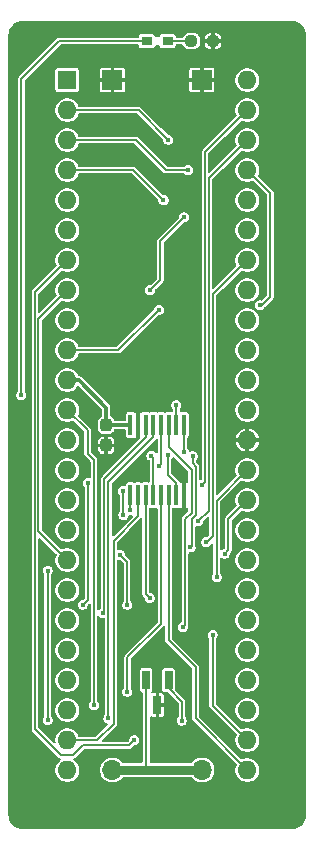
<source format=gbr>
G04 #@! TF.GenerationSoftware,KiCad,Pcbnew,9.0.7-9.0.7~ubuntu25.10.1*
G04 #@! TF.CreationDate,2026-01-14T17:34:39+09:00*
G04 #@! TF.ProjectId,bionic-z8001,62696f6e-6963-42d7-9a38-3030312e6b69,1*
G04 #@! TF.SameCoordinates,Original*
G04 #@! TF.FileFunction,Copper,L1,Top*
G04 #@! TF.FilePolarity,Positive*
%FSLAX46Y46*%
G04 Gerber Fmt 4.6, Leading zero omitted, Abs format (unit mm)*
G04 Created by KiCad (PCBNEW 9.0.7-9.0.7~ubuntu25.10.1) date 2026-01-14 17:34:39*
%MOMM*%
%LPD*%
G01*
G04 APERTURE LIST*
G04 Aperture macros list*
%AMRoundRect*
0 Rectangle with rounded corners*
0 $1 Rounding radius*
0 $2 $3 $4 $5 $6 $7 $8 $9 X,Y pos of 4 corners*
0 Add a 4 corners polygon primitive as box body*
4,1,4,$2,$3,$4,$5,$6,$7,$8,$9,$2,$3,0*
0 Add four circle primitives for the rounded corners*
1,1,$1+$1,$2,$3*
1,1,$1+$1,$4,$5*
1,1,$1+$1,$6,$7*
1,1,$1+$1,$8,$9*
0 Add four rect primitives between the rounded corners*
20,1,$1+$1,$2,$3,$4,$5,0*
20,1,$1+$1,$4,$5,$6,$7,0*
20,1,$1+$1,$6,$7,$8,$9,0*
20,1,$1+$1,$8,$9,$2,$3,0*%
G04 Aperture macros list end*
G04 #@! TA.AperFunction,SMDPad,CuDef*
%ADD10RoundRect,0.237500X-0.237500X0.300000X-0.237500X-0.300000X0.237500X-0.300000X0.237500X0.300000X0*%
G04 #@! TD*
G04 #@! TA.AperFunction,SMDPad,CuDef*
%ADD11RoundRect,0.237500X-0.250000X-0.237500X0.250000X-0.237500X0.250000X0.237500X-0.250000X0.237500X0*%
G04 #@! TD*
G04 #@! TA.AperFunction,ComponentPad*
%ADD12R,1.600000X1.600000*%
G04 #@! TD*
G04 #@! TA.AperFunction,ComponentPad*
%ADD13O,1.600000X1.600000*%
G04 #@! TD*
G04 #@! TA.AperFunction,SMDPad,CuDef*
%ADD14R,0.355600X1.778000*%
G04 #@! TD*
G04 #@! TA.AperFunction,SMDPad,CuDef*
%ADD15R,0.965200X0.762000*%
G04 #@! TD*
G04 #@! TA.AperFunction,SMDPad,CuDef*
%ADD16R,0.660400X1.625600*%
G04 #@! TD*
G04 #@! TA.AperFunction,ComponentPad*
%ADD17O,1.700000X1.700000*%
G04 #@! TD*
G04 #@! TA.AperFunction,ComponentPad*
%ADD18R,1.700000X1.700000*%
G04 #@! TD*
G04 #@! TA.AperFunction,ViaPad*
%ADD19C,0.600000*%
G04 #@! TD*
G04 #@! TA.AperFunction,ViaPad*
%ADD20C,0.450000*%
G04 #@! TD*
G04 #@! TA.AperFunction,Conductor*
%ADD21C,0.150000*%
G04 #@! TD*
G04 #@! TA.AperFunction,Conductor*
%ADD22C,0.300000*%
G04 #@! TD*
G04 #@! TA.AperFunction,Conductor*
%ADD23C,0.400000*%
G04 #@! TD*
G04 #@! TA.AperFunction,Conductor*
%ADD24C,0.800000*%
G04 #@! TD*
G04 #@! TA.AperFunction,Conductor*
%ADD25C,0.200000*%
G04 #@! TD*
G04 #@! TA.AperFunction,Conductor*
%ADD26C,0.152400*%
G04 #@! TD*
G04 APERTURE END LIST*
D10*
X109382000Y-104291100D03*
X109382000Y-106016100D03*
D11*
X116597500Y-71778000D03*
X118422500Y-71778000D03*
D12*
X106080000Y-75080000D03*
D13*
X106080000Y-77620000D03*
X106080000Y-80160000D03*
X106080000Y-82700000D03*
X106080000Y-85240000D03*
X106080000Y-87780000D03*
X106080000Y-90320000D03*
X106080000Y-92860000D03*
X106080000Y-95400000D03*
X106080000Y-97940000D03*
X106080000Y-100480000D03*
X106080000Y-103020000D03*
X106080000Y-105560000D03*
X106080000Y-108100000D03*
X106080000Y-110640000D03*
X106080000Y-113180000D03*
X106080000Y-115720000D03*
X106080000Y-118260000D03*
X106080000Y-120800000D03*
X106080000Y-123340000D03*
X106080000Y-125880000D03*
X106080000Y-128420000D03*
X106080000Y-130960000D03*
X106080000Y-133500000D03*
X121320000Y-133500000D03*
X121320000Y-130960000D03*
X121320000Y-128420000D03*
X121320000Y-125880000D03*
X121320000Y-123340000D03*
X121320000Y-120800000D03*
X121320000Y-118260000D03*
X121320000Y-115720000D03*
X121320000Y-113180000D03*
X121320000Y-110640000D03*
X121320000Y-108100000D03*
X121320000Y-105560000D03*
X121320000Y-103020000D03*
X121320000Y-100480000D03*
X121320000Y-97940000D03*
X121320000Y-95400000D03*
X121320000Y-92860000D03*
X121320000Y-90320000D03*
X121320000Y-87780000D03*
X121320000Y-85240000D03*
X121320000Y-82700000D03*
X121320000Y-80160000D03*
X121320000Y-77620000D03*
X121320000Y-75080000D03*
D14*
X111425001Y-110233600D03*
X112074999Y-110233600D03*
X112725001Y-110233600D03*
X113374999Y-110233600D03*
X114024998Y-110233600D03*
X114674999Y-110233600D03*
X115324998Y-110233600D03*
X115974999Y-110233600D03*
X115974999Y-104290000D03*
X115325001Y-104290000D03*
X114674999Y-104290000D03*
X114025001Y-104290000D03*
X113375002Y-104290000D03*
X112725001Y-104290000D03*
X112075002Y-104290000D03*
X111425001Y-104290000D03*
D15*
X114576300Y-71778000D03*
X112823700Y-71778000D03*
D16*
X114665201Y-125880000D03*
X112765199Y-125880000D03*
X113715200Y-128012000D03*
D17*
X117484600Y-133500000D03*
D18*
X117484600Y-75080000D03*
X109910800Y-75080000D03*
D17*
X109910800Y-133500000D03*
D19*
X112760200Y-98930600D03*
X110169400Y-111630600D03*
X104429000Y-103680400D03*
X111795000Y-114653200D03*
X115655800Y-108150800D03*
X123987000Y-135405000D03*
X112506200Y-120749200D03*
X115351000Y-117726600D03*
X109356600Y-107084000D03*
X113725400Y-122578000D03*
X104454400Y-96644600D03*
X104378200Y-133550800D03*
D20*
X102193800Y-101750000D03*
X115782800Y-129309000D03*
X109109800Y-120190400D03*
X111160000Y-119504600D03*
X110560850Y-115252350D03*
X113852400Y-107788000D03*
X117865600Y-114196000D03*
X117516300Y-109350900D03*
X122386800Y-94155400D03*
X108340600Y-128013600D03*
X115859000Y-121409600D03*
X111171100Y-126859500D03*
X115960600Y-86702200D03*
X113106200Y-92860000D03*
X104429000Y-116609000D03*
X104429000Y-129258200D03*
X118729200Y-117167800D03*
X116316200Y-82700000D03*
X119415000Y-115186600D03*
X117141348Y-112436200D03*
X111756900Y-130972700D03*
X113839700Y-94523700D03*
X114233400Y-85240000D03*
X113216700Y-106880100D03*
X114639800Y-80134600D03*
X116519400Y-114653200D03*
X116697200Y-106931600D03*
X107832600Y-109199400D03*
X107400800Y-119504600D03*
X115975000Y-106601400D03*
X114614400Y-106855400D03*
X110842500Y-111922700D03*
X110779000Y-109852600D03*
X111425000Y-111503600D03*
X113065000Y-118920400D03*
X118396300Y-122044600D03*
X115325000Y-102613600D03*
X109559101Y-129130501D03*
D21*
X111756900Y-130972700D02*
X111312400Y-131417200D01*
X111312400Y-131417200D02*
X107400800Y-131417200D01*
X103340600Y-113406278D02*
X103340600Y-95173722D01*
X107400800Y-131417200D02*
X106588000Y-132230000D01*
X106588000Y-132230000D02*
X105546600Y-132230000D01*
X105546600Y-132230000D02*
X103362200Y-130045600D01*
X103362200Y-130045600D02*
X103362200Y-113427878D01*
X103362200Y-113427878D02*
X103340600Y-113406278D01*
X103340600Y-95173722D02*
X103362200Y-95152122D01*
X103362200Y-95152122D02*
X103362200Y-93037800D01*
X103362200Y-93037800D02*
X106080000Y-90320000D01*
X114675000Y-110233600D02*
X114675000Y-122486200D01*
X114675000Y-122486200D02*
X116951200Y-124762400D01*
X116951200Y-124762400D02*
X116951200Y-129131200D01*
X116951200Y-129131200D02*
X121320000Y-133500000D01*
X115782800Y-127708800D02*
X114665200Y-126591200D01*
X115782800Y-129309000D02*
X115782800Y-127708800D01*
X114665200Y-126591200D02*
X114665200Y-125880000D01*
X111171100Y-123963900D02*
X114025000Y-121110000D01*
X111171100Y-126859500D02*
X111171100Y-123963900D01*
X114025000Y-121110000D02*
X114025000Y-110233600D01*
X112074999Y-110233600D02*
X112074999Y-112011001D01*
X112074999Y-112011001D02*
X110017000Y-114069000D01*
X110017000Y-114069000D02*
X110017000Y-129588400D01*
X110017000Y-129588400D02*
X108645400Y-130960000D01*
X108645400Y-130960000D02*
X106080000Y-130960000D01*
X115859000Y-121409600D02*
X116062200Y-121206400D01*
X116062200Y-112255400D02*
X116621000Y-111696600D01*
X116062200Y-121206400D02*
X116062200Y-112255400D01*
X116621000Y-111696600D02*
X116621000Y-108100000D01*
X116621000Y-108100000D02*
X114675000Y-106154000D01*
X114675000Y-106154000D02*
X114675000Y-104290000D01*
X116976600Y-107820600D02*
X116697200Y-107541200D01*
X116976600Y-111935400D02*
X116976600Y-107820600D01*
X116646400Y-114526200D02*
X116646400Y-112265600D01*
X116519400Y-114653200D02*
X116646400Y-114526200D01*
X116646400Y-112265600D02*
X116976600Y-111935400D01*
X116697200Y-107541200D02*
X116697200Y-106931600D01*
X117141348Y-112436200D02*
X117188082Y-112436200D01*
X117188082Y-112436200D02*
X118068800Y-111555482D01*
X118068800Y-111555482D02*
X118068800Y-83411200D01*
X118068800Y-83411200D02*
X121320000Y-80160000D01*
X117865600Y-114196000D02*
X117891000Y-114196000D01*
X117891000Y-114196000D02*
X118399000Y-113688000D01*
X118399000Y-113688000D02*
X118399000Y-93215600D01*
X118399000Y-93215600D02*
X121294600Y-90320000D01*
X121294600Y-90320000D02*
X121320000Y-90320000D01*
X110779000Y-109852600D02*
X110829800Y-109903400D01*
X110829800Y-109903400D02*
X110829800Y-111910000D01*
X110829800Y-111910000D02*
X110842500Y-111922700D01*
X109559101Y-129130501D02*
X109559101Y-126907799D01*
X113375000Y-105300800D02*
X113375000Y-104290000D01*
X109559101Y-126907799D02*
X109559800Y-126907100D01*
X109559800Y-126907100D02*
X109559800Y-109116000D01*
X109559800Y-109116000D02*
X113375000Y-105300800D01*
X109109800Y-120190400D02*
X109229600Y-120070600D01*
X109229600Y-120070600D02*
X109229600Y-108836600D01*
X109229600Y-108836600D02*
X112725000Y-105341200D01*
X112725000Y-105341200D02*
X112725000Y-104290000D01*
X114614400Y-106855400D02*
X114614400Y-108506400D01*
X114614400Y-108506400D02*
X115325000Y-109217000D01*
X115325000Y-109217000D02*
X115325000Y-110233600D01*
X106080000Y-77620000D02*
X112125200Y-77620000D01*
X112125200Y-77620000D02*
X114639800Y-80134600D01*
X108340600Y-128013600D02*
X108340600Y-107236400D01*
X108340600Y-107236400D02*
X107807200Y-106703000D01*
X107807200Y-106703000D02*
X107807200Y-104721800D01*
X107807200Y-104721800D02*
X106105400Y-103020000D01*
X106105400Y-103020000D02*
X106080000Y-103020000D01*
X123275800Y-93418800D02*
X123275800Y-84655800D01*
X122386800Y-94155400D02*
X122539200Y-94155400D01*
X122539200Y-94155400D02*
X123275800Y-93418800D01*
X123275800Y-84655800D02*
X121320000Y-82700000D01*
X104429000Y-129258200D02*
X104429000Y-116609000D01*
X119415000Y-115186600D02*
X119719800Y-114881800D01*
X119719800Y-114881800D02*
X119719800Y-112240200D01*
X119719800Y-112240200D02*
X121320000Y-110640000D01*
X118729200Y-117167800D02*
X118729200Y-110690800D01*
X118729200Y-110690800D02*
X121320000Y-108100000D01*
X117516300Y-109350900D02*
X117738600Y-109128600D01*
X117738600Y-109128600D02*
X117738600Y-81201400D01*
X117738600Y-81201400D02*
X121320000Y-77620000D01*
X107832600Y-109199400D02*
X107832600Y-119098200D01*
X107832600Y-119098200D02*
X107426200Y-119504600D01*
X107426200Y-119504600D02*
X107400800Y-119504600D01*
X106080000Y-80160000D02*
X111922000Y-80160000D01*
X111922000Y-80160000D02*
X114462000Y-82700000D01*
X114462000Y-82700000D02*
X116316200Y-82700000D01*
D22*
X109382000Y-102816800D02*
X109382000Y-104291100D01*
X106080000Y-100480000D02*
X107045200Y-100480000D01*
D21*
X102193800Y-75003800D02*
X102193800Y-101750000D01*
X112823700Y-71778000D02*
X105419600Y-71778000D01*
D22*
X107045200Y-100480000D02*
X109382000Y-102816800D01*
D23*
X109382000Y-104291000D02*
X109382000Y-104291100D01*
D24*
X109383100Y-104290000D02*
X109382000Y-104291100D01*
D23*
X109910800Y-133500000D02*
X109911000Y-133500000D01*
D21*
X105419600Y-71778000D02*
X102193800Y-75003800D01*
D25*
X112765199Y-125880000D02*
X112765199Y-133469601D01*
D22*
X111425001Y-104290000D02*
X109383100Y-104290000D01*
D23*
X112765200Y-125880000D02*
X112765000Y-125880000D01*
D24*
X112734800Y-133500000D02*
X109910800Y-133500000D01*
X117484600Y-133500000D02*
X112734800Y-133500000D01*
X112765199Y-133469601D02*
X112734800Y-133500000D01*
D26*
X114576300Y-71778000D02*
X116597500Y-71778000D01*
D21*
X111160000Y-115851500D02*
X110560850Y-115252350D01*
X111160000Y-119504600D02*
X111160000Y-115851500D01*
X113852400Y-107788000D02*
X114030200Y-107610200D01*
X114030200Y-107610200D02*
X114030200Y-104295199D01*
X114030200Y-104295199D02*
X114025001Y-104290000D01*
X113979400Y-91986800D02*
X113979400Y-88669000D01*
X113979400Y-88669000D02*
X115946200Y-86702200D01*
X115946200Y-86702200D02*
X115960600Y-86702200D01*
X113106200Y-92860000D02*
X113979400Y-91986800D01*
X113839700Y-94523700D02*
X110423400Y-97940000D01*
X110423400Y-97940000D02*
X106080000Y-97940000D01*
X106080000Y-82700000D02*
X111693400Y-82700000D01*
X111693400Y-82700000D02*
X114233400Y-85240000D01*
X113216700Y-106880100D02*
X113375000Y-107038400D01*
X113375000Y-107038400D02*
X113375000Y-110233600D01*
X103641600Y-95298400D02*
X106080000Y-92860000D01*
X106080000Y-115720000D02*
X103641600Y-113281600D01*
X103641600Y-113281600D02*
X103641600Y-95298400D01*
X115975000Y-106601400D02*
X115975000Y-104290000D01*
X111425000Y-111503600D02*
X111425000Y-110233600D01*
X113065000Y-118920400D02*
X112725000Y-118580400D01*
X118396300Y-122044600D02*
X118396300Y-128036300D01*
X112725000Y-118580400D02*
X112725000Y-110233600D01*
X118396300Y-128036300D02*
X121320000Y-130960000D01*
X115325000Y-102613600D02*
X115325000Y-104290000D01*
G04 #@! TA.AperFunction,Conductor*
G36*
X113700645Y-105461513D02*
G01*
X113743910Y-105504778D01*
X113754700Y-105549723D01*
X113754700Y-106591470D01*
X113735793Y-106649661D01*
X113686293Y-106685625D01*
X113625107Y-106685625D01*
X113575607Y-106649661D01*
X113569964Y-106640971D01*
X113563028Y-106628958D01*
X113557185Y-106618837D01*
X113477963Y-106539615D01*
X113475509Y-106538198D01*
X113380940Y-106483598D01*
X113380942Y-106483598D01*
X113338951Y-106472347D01*
X113272718Y-106454600D01*
X113160682Y-106454600D01*
X113094448Y-106472347D01*
X113052458Y-106483598D01*
X112955439Y-106539613D01*
X112876213Y-106618839D01*
X112820198Y-106715858D01*
X112820197Y-106715863D01*
X112791200Y-106824082D01*
X112791200Y-106936118D01*
X112813361Y-107018826D01*
X112820198Y-107044341D01*
X112872784Y-107135421D01*
X112876215Y-107141363D01*
X112955437Y-107220585D01*
X113050001Y-107275182D01*
X113090941Y-107320650D01*
X113099500Y-107360917D01*
X113099500Y-109058666D01*
X113080593Y-109116857D01*
X113031093Y-109152821D01*
X112981185Y-109155764D01*
X112981033Y-109155733D01*
X112981032Y-109155733D01*
X112922549Y-109144100D01*
X112527453Y-109144100D01*
X112527452Y-109144100D01*
X112527442Y-109144101D01*
X112468973Y-109155732D01*
X112468968Y-109155734D01*
X112455001Y-109165067D01*
X112396113Y-109181675D01*
X112344999Y-109165067D01*
X112338200Y-109160524D01*
X112331030Y-109155733D01*
X112331027Y-109155732D01*
X112331026Y-109155732D01*
X112272557Y-109144101D01*
X112272547Y-109144100D01*
X111877451Y-109144100D01*
X111877450Y-109144100D01*
X111877440Y-109144101D01*
X111818971Y-109155732D01*
X111818966Y-109155734D01*
X111805000Y-109165066D01*
X111746111Y-109181673D01*
X111695000Y-109165066D01*
X111681078Y-109155764D01*
X111681032Y-109155733D01*
X111681029Y-109155732D01*
X111681028Y-109155732D01*
X111622559Y-109144101D01*
X111622549Y-109144100D01*
X111227453Y-109144100D01*
X111227452Y-109144100D01*
X111227442Y-109144101D01*
X111168973Y-109155732D01*
X111168967Y-109155734D01*
X111102652Y-109200045D01*
X111102646Y-109200051D01*
X111058335Y-109266366D01*
X111058333Y-109266372D01*
X111046702Y-109324841D01*
X111046701Y-109324853D01*
X111046701Y-109354801D01*
X111027794Y-109412992D01*
X110978294Y-109448956D01*
X110922079Y-109450427D01*
X110835018Y-109427100D01*
X110722982Y-109427100D01*
X110656748Y-109444847D01*
X110614758Y-109456098D01*
X110517739Y-109512113D01*
X110438513Y-109591339D01*
X110382498Y-109688358D01*
X110382497Y-109688363D01*
X110353500Y-109796582D01*
X110353500Y-109908618D01*
X110378579Y-110002214D01*
X110382498Y-110016841D01*
X110438513Y-110113860D01*
X110438515Y-110113863D01*
X110517737Y-110193085D01*
X110517739Y-110193086D01*
X110522326Y-110197673D01*
X110520867Y-110199131D01*
X110550223Y-110241842D01*
X110554300Y-110269962D01*
X110554300Y-111568144D01*
X110535393Y-111626335D01*
X110525305Y-111638146D01*
X110502014Y-111661437D01*
X110445998Y-111758458D01*
X110445997Y-111758463D01*
X110417000Y-111866682D01*
X110417000Y-111978718D01*
X110431176Y-112031624D01*
X110445998Y-112086941D01*
X110499438Y-112179500D01*
X110502015Y-112183963D01*
X110581237Y-112263185D01*
X110581239Y-112263186D01*
X110678259Y-112319201D01*
X110678257Y-112319201D01*
X110678261Y-112319202D01*
X110678263Y-112319203D01*
X110786482Y-112348200D01*
X110786484Y-112348200D01*
X110898516Y-112348200D01*
X110898518Y-112348200D01*
X111006737Y-112319203D01*
X111006739Y-112319201D01*
X111006741Y-112319201D01*
X111035564Y-112302559D01*
X111103763Y-112263185D01*
X111182985Y-112183963D01*
X111239003Y-112086937D01*
X111261812Y-112001809D01*
X111295135Y-111950497D01*
X111351047Y-111928641D01*
X111364114Y-111927795D01*
X111368982Y-111929100D01*
X111481018Y-111929100D01*
X111524642Y-111917411D01*
X111534412Y-111916779D01*
X111555029Y-111922033D01*
X111576280Y-111923147D01*
X111584034Y-111929425D01*
X111593702Y-111931890D01*
X111607293Y-111948260D01*
X111623830Y-111961651D01*
X111626412Y-111971288D01*
X111632786Y-111978965D01*
X111634159Y-112000198D01*
X111639667Y-112020751D01*
X111636091Y-112030065D01*
X111636736Y-112040023D01*
X111625366Y-112058008D01*
X111617742Y-112077873D01*
X111610807Y-112085576D01*
X110004304Y-113692080D01*
X109949787Y-113719857D01*
X109889355Y-113710286D01*
X109846090Y-113667021D01*
X109835300Y-113622076D01*
X109835300Y-109271123D01*
X109854207Y-109212932D01*
X109864296Y-109201119D01*
X111714900Y-107350515D01*
X113585698Y-105479717D01*
X113640213Y-105451942D01*
X113700645Y-105461513D01*
G37*
G04 #@! TD.AperFunction*
G04 #@! TA.AperFunction,Conductor*
G36*
X125134309Y-70100877D02*
G01*
X125324457Y-70117512D01*
X125341437Y-70120505D01*
X125521635Y-70168789D01*
X125537839Y-70174687D01*
X125706902Y-70253523D01*
X125721842Y-70262149D01*
X125874641Y-70369140D01*
X125887861Y-70380232D01*
X126019767Y-70512138D01*
X126030859Y-70525358D01*
X126137850Y-70678157D01*
X126146478Y-70693101D01*
X126225308Y-70862151D01*
X126231211Y-70878368D01*
X126279492Y-71058555D01*
X126282488Y-71075550D01*
X126299123Y-71265690D01*
X126299500Y-71274318D01*
X126299500Y-137305681D01*
X126299123Y-137314309D01*
X126282488Y-137504449D01*
X126279492Y-137521444D01*
X126231211Y-137701631D01*
X126225308Y-137717848D01*
X126146478Y-137886898D01*
X126137850Y-137901842D01*
X126030859Y-138054641D01*
X126019767Y-138067861D01*
X125887861Y-138199767D01*
X125874641Y-138210859D01*
X125721842Y-138317850D01*
X125706898Y-138326478D01*
X125537848Y-138405308D01*
X125521631Y-138411211D01*
X125341444Y-138459492D01*
X125324449Y-138462488D01*
X125134309Y-138479123D01*
X125125681Y-138479500D01*
X102274319Y-138479500D01*
X102265691Y-138479123D01*
X102075550Y-138462488D01*
X102058555Y-138459492D01*
X101878368Y-138411211D01*
X101862154Y-138405309D01*
X101693100Y-138326477D01*
X101678157Y-138317850D01*
X101525358Y-138210859D01*
X101512138Y-138199767D01*
X101380232Y-138067861D01*
X101369140Y-138054641D01*
X101262149Y-137901842D01*
X101253523Y-137886902D01*
X101174687Y-137717839D01*
X101168788Y-137701631D01*
X101149843Y-137630926D01*
X101120505Y-137521437D01*
X101117512Y-137504457D01*
X101100877Y-137314309D01*
X101100500Y-137305681D01*
X101100500Y-101693982D01*
X101768300Y-101693982D01*
X101768300Y-101806018D01*
X101793872Y-101901455D01*
X101797298Y-101914241D01*
X101853313Y-102011260D01*
X101853315Y-102011263D01*
X101932537Y-102090485D01*
X101932539Y-102090486D01*
X102029559Y-102146501D01*
X102029557Y-102146501D01*
X102029561Y-102146502D01*
X102029563Y-102146503D01*
X102137782Y-102175500D01*
X102137784Y-102175500D01*
X102249816Y-102175500D01*
X102249818Y-102175500D01*
X102358037Y-102146503D01*
X102358039Y-102146501D01*
X102358041Y-102146501D01*
X102386864Y-102129859D01*
X102455063Y-102090485D01*
X102534285Y-102011263D01*
X102590303Y-101914237D01*
X102619300Y-101806018D01*
X102619300Y-101693982D01*
X102590303Y-101585763D01*
X102590301Y-101585760D01*
X102590301Y-101585758D01*
X102534285Y-101488737D01*
X102498296Y-101452747D01*
X102470519Y-101398230D01*
X102469300Y-101382744D01*
X102469300Y-95118922D01*
X103065100Y-95118922D01*
X103065100Y-113461078D01*
X103079164Y-113495030D01*
X103086700Y-113532916D01*
X103086700Y-130100399D01*
X103120857Y-130182861D01*
X103120857Y-130182862D01*
X103128641Y-130201655D01*
X103128642Y-130201656D01*
X103128643Y-130201658D01*
X105390541Y-132463557D01*
X105420199Y-132475841D01*
X105490894Y-132505124D01*
X105518086Y-132528350D01*
X105532258Y-132540455D01*
X105537417Y-132544861D01*
X105542805Y-132567304D01*
X105550563Y-132599621D01*
X105551700Y-132604356D01*
X105537983Y-132637469D01*
X105528285Y-132660882D01*
X105508007Y-132678902D01*
X105442218Y-132722861D01*
X105442214Y-132722864D01*
X105302864Y-132862214D01*
X105302861Y-132862218D01*
X105193367Y-133026086D01*
X105117949Y-133208163D01*
X105117949Y-133208165D01*
X105079500Y-133401456D01*
X105079500Y-133598543D01*
X105117949Y-133791834D01*
X105117949Y-133791836D01*
X105193367Y-133973913D01*
X105193368Y-133973914D01*
X105302861Y-134137782D01*
X105442218Y-134277139D01*
X105606086Y-134386632D01*
X105788165Y-134462051D01*
X105981459Y-134500500D01*
X105981460Y-134500500D01*
X106178540Y-134500500D01*
X106178541Y-134500500D01*
X106371835Y-134462051D01*
X106553914Y-134386632D01*
X106717782Y-134277139D01*
X106857139Y-134137782D01*
X106966632Y-133973914D01*
X107042051Y-133791835D01*
X107080500Y-133598541D01*
X107080500Y-133401459D01*
X107080499Y-133401456D01*
X107079520Y-133396532D01*
X108860300Y-133396532D01*
X108860300Y-133603467D01*
X108900669Y-133806418D01*
X108979858Y-133997597D01*
X109094820Y-134169651D01*
X109094823Y-134169655D01*
X109241145Y-134315977D01*
X109413202Y-134430941D01*
X109604380Y-134510130D01*
X109807335Y-134550500D01*
X109807336Y-134550500D01*
X110014264Y-134550500D01*
X110014265Y-134550500D01*
X110217220Y-134510130D01*
X110408398Y-134430941D01*
X110580455Y-134315977D01*
X110726777Y-134169655D01*
X110743586Y-134144497D01*
X110791636Y-134106619D01*
X110825901Y-134100500D01*
X112655739Y-134100500D01*
X112655743Y-134100501D01*
X112813857Y-134100501D01*
X112813861Y-134100500D01*
X116569499Y-134100500D01*
X116627690Y-134119407D01*
X116651812Y-134144496D01*
X116668623Y-134169655D01*
X116668626Y-134169658D01*
X116668630Y-134169663D01*
X116776103Y-134277135D01*
X116814945Y-134315977D01*
X116987002Y-134430941D01*
X117178180Y-134510130D01*
X117381135Y-134550500D01*
X117381136Y-134550500D01*
X117588064Y-134550500D01*
X117588065Y-134550500D01*
X117791020Y-134510130D01*
X117982198Y-134430941D01*
X118154255Y-134315977D01*
X118300577Y-134169655D01*
X118415541Y-133997598D01*
X118494730Y-133806420D01*
X118535100Y-133603465D01*
X118535100Y-133396535D01*
X118494730Y-133193580D01*
X118415541Y-133002402D01*
X118300577Y-132830345D01*
X118154255Y-132684023D01*
X118146591Y-132678902D01*
X117982197Y-132569058D01*
X117791018Y-132489869D01*
X117588067Y-132449500D01*
X117588065Y-132449500D01*
X117381135Y-132449500D01*
X117381132Y-132449500D01*
X117178181Y-132489869D01*
X116987002Y-132569058D01*
X116814945Y-132684022D01*
X116668630Y-132830336D01*
X116668623Y-132830345D01*
X116651814Y-132855502D01*
X116603764Y-132893381D01*
X116569499Y-132899500D01*
X113164699Y-132899500D01*
X113106508Y-132880593D01*
X113070544Y-132831093D01*
X113065699Y-132800500D01*
X113065699Y-129032890D01*
X113084606Y-128974699D01*
X113134106Y-128938735D01*
X113195292Y-128938735D01*
X113234703Y-128962886D01*
X113240810Y-128968993D01*
X113306963Y-129013196D01*
X113365299Y-129024799D01*
X113365303Y-129024800D01*
X113565199Y-129024800D01*
X113565200Y-129024799D01*
X113565200Y-128162001D01*
X113865200Y-128162001D01*
X113865200Y-129024799D01*
X113865201Y-129024800D01*
X114065097Y-129024800D01*
X114065100Y-129024799D01*
X114123436Y-129013196D01*
X114189589Y-128968993D01*
X114189593Y-128968989D01*
X114233796Y-128902836D01*
X114245399Y-128844500D01*
X114245400Y-128844497D01*
X114245400Y-128162001D01*
X114245399Y-128162000D01*
X113865201Y-128162000D01*
X113865200Y-128162001D01*
X113565200Y-128162001D01*
X113565200Y-126999201D01*
X113865200Y-126999201D01*
X113865200Y-127861999D01*
X113865201Y-127862000D01*
X114245399Y-127862000D01*
X114245400Y-127861999D01*
X114245400Y-127179502D01*
X114245399Y-127179499D01*
X114233796Y-127121163D01*
X114193362Y-127060651D01*
X114088806Y-127003915D01*
X114065102Y-126999200D01*
X113865201Y-126999200D01*
X113865200Y-126999201D01*
X113565200Y-126999201D01*
X113565199Y-126999200D01*
X113365296Y-126999200D01*
X113326878Y-127006842D01*
X113266116Y-126999650D01*
X113221187Y-126958116D01*
X113209251Y-126898106D01*
X113234868Y-126842542D01*
X113237565Y-126839737D01*
X113239944Y-126837356D01*
X113239951Y-126837352D01*
X113284266Y-126771031D01*
X113295899Y-126712548D01*
X113295899Y-125047453D01*
X114134501Y-125047453D01*
X114134501Y-126712546D01*
X114134502Y-126712558D01*
X114145259Y-126766632D01*
X114146134Y-126771031D01*
X114190449Y-126837352D01*
X114256770Y-126881667D01*
X114291331Y-126888541D01*
X114291332Y-126888542D01*
X114315245Y-126893299D01*
X114315251Y-126893299D01*
X114315253Y-126893300D01*
X114536677Y-126893300D01*
X114594868Y-126912207D01*
X114606681Y-126922296D01*
X115478304Y-127793919D01*
X115506081Y-127848436D01*
X115507300Y-127863923D01*
X115507300Y-128941744D01*
X115488393Y-128999935D01*
X115478304Y-129011747D01*
X115442314Y-129047737D01*
X115386298Y-129144758D01*
X115372264Y-129197135D01*
X115357300Y-129252982D01*
X115357300Y-129365018D01*
X115382872Y-129460455D01*
X115386298Y-129473241D01*
X115442313Y-129570260D01*
X115442315Y-129570263D01*
X115521537Y-129649485D01*
X115530575Y-129654703D01*
X115618559Y-129705501D01*
X115618557Y-129705501D01*
X115618561Y-129705502D01*
X115618563Y-129705503D01*
X115726782Y-129734500D01*
X115726784Y-129734500D01*
X115838816Y-129734500D01*
X115838818Y-129734500D01*
X115947037Y-129705503D01*
X115947039Y-129705501D01*
X115947041Y-129705501D01*
X115984801Y-129683700D01*
X116044063Y-129649485D01*
X116123285Y-129570263D01*
X116179303Y-129473237D01*
X116208300Y-129365018D01*
X116208300Y-129252982D01*
X116179303Y-129144763D01*
X116179301Y-129144760D01*
X116179301Y-129144758D01*
X116123285Y-129047737D01*
X116087296Y-129011747D01*
X116059519Y-128957230D01*
X116058300Y-128941744D01*
X116058300Y-127654000D01*
X116016357Y-127552742D01*
X116016357Y-127552741D01*
X115224897Y-126761281D01*
X115197120Y-126706764D01*
X115195901Y-126691277D01*
X115195901Y-125047453D01*
X115195899Y-125047441D01*
X115193112Y-125033431D01*
X115184268Y-124988969D01*
X115139953Y-124922648D01*
X115075379Y-124879500D01*
X115073634Y-124878334D01*
X115073632Y-124878333D01*
X115073629Y-124878332D01*
X115073628Y-124878332D01*
X115015159Y-124866701D01*
X115015149Y-124866700D01*
X114315253Y-124866700D01*
X114315252Y-124866700D01*
X114315242Y-124866701D01*
X114256773Y-124878332D01*
X114256767Y-124878334D01*
X114190452Y-124922645D01*
X114190446Y-124922651D01*
X114146135Y-124988966D01*
X114146133Y-124988972D01*
X114134502Y-125047441D01*
X114134501Y-125047453D01*
X113295899Y-125047453D01*
X113295899Y-125047452D01*
X113284266Y-124988969D01*
X113239951Y-124922648D01*
X113175377Y-124879500D01*
X113173632Y-124878334D01*
X113173630Y-124878333D01*
X113173627Y-124878332D01*
X113173626Y-124878332D01*
X113115157Y-124866701D01*
X113115147Y-124866700D01*
X112415251Y-124866700D01*
X112415250Y-124866700D01*
X112415240Y-124866701D01*
X112356771Y-124878332D01*
X112356765Y-124878334D01*
X112290450Y-124922645D01*
X112290444Y-124922651D01*
X112246133Y-124988966D01*
X112246131Y-124988972D01*
X112234500Y-125047441D01*
X112234499Y-125047453D01*
X112234499Y-126712546D01*
X112234500Y-126712558D01*
X112245257Y-126766632D01*
X112246132Y-126771031D01*
X112290447Y-126837352D01*
X112356768Y-126881667D01*
X112385015Y-126887285D01*
X112438396Y-126917180D01*
X112464013Y-126972745D01*
X112464699Y-126984382D01*
X112464699Y-132800500D01*
X112445792Y-132858691D01*
X112396292Y-132894655D01*
X112365699Y-132899500D01*
X110825901Y-132899500D01*
X110767710Y-132880593D01*
X110743586Y-132855502D01*
X110726777Y-132830345D01*
X110726772Y-132830340D01*
X110726769Y-132830336D01*
X110580454Y-132684022D01*
X110408397Y-132569058D01*
X110217218Y-132489869D01*
X110014267Y-132449500D01*
X110014265Y-132449500D01*
X109807335Y-132449500D01*
X109807332Y-132449500D01*
X109604381Y-132489869D01*
X109413202Y-132569058D01*
X109241148Y-132684020D01*
X109094820Y-132830348D01*
X108979858Y-133002402D01*
X108900669Y-133193581D01*
X108860300Y-133396532D01*
X107079520Y-133396532D01*
X107074120Y-133369388D01*
X107042051Y-133208165D01*
X106966632Y-133026086D01*
X106857139Y-132862218D01*
X106717782Y-132722861D01*
X106642271Y-132672406D01*
X106604393Y-132624357D01*
X106601991Y-132563219D01*
X106635984Y-132512345D01*
X106659382Y-132498631D01*
X106744058Y-132463557D01*
X106821557Y-132386058D01*
X106821556Y-132386058D01*
X107485920Y-131721696D01*
X107540436Y-131693919D01*
X107555923Y-131692700D01*
X111367199Y-131692700D01*
X111367200Y-131692700D01*
X111468458Y-131650757D01*
X111545957Y-131573258D01*
X111692019Y-131427196D01*
X111746536Y-131399419D01*
X111762023Y-131398200D01*
X111812916Y-131398200D01*
X111812918Y-131398200D01*
X111921137Y-131369203D01*
X111921139Y-131369201D01*
X111921141Y-131369201D01*
X111949964Y-131352559D01*
X112018163Y-131313185D01*
X112097385Y-131233963D01*
X112153403Y-131136937D01*
X112182400Y-131028718D01*
X112182400Y-130916682D01*
X112153403Y-130808463D01*
X112153401Y-130808460D01*
X112153401Y-130808458D01*
X112097386Y-130711439D01*
X112097385Y-130711437D01*
X112018163Y-130632215D01*
X112018160Y-130632213D01*
X111921140Y-130576198D01*
X111921142Y-130576198D01*
X111879151Y-130564947D01*
X111812918Y-130547200D01*
X111700882Y-130547200D01*
X111634648Y-130564947D01*
X111592658Y-130576198D01*
X111495639Y-130632213D01*
X111416413Y-130711439D01*
X111360398Y-130808458D01*
X111331400Y-130916683D01*
X111331400Y-130967577D01*
X111328931Y-130975174D01*
X111330181Y-130983064D01*
X111319656Y-131003719D01*
X111312493Y-131025768D01*
X111302404Y-131037581D01*
X111227281Y-131112704D01*
X111172764Y-131140481D01*
X111157277Y-131141700D01*
X109092322Y-131141700D01*
X109034131Y-131122793D01*
X108998167Y-131073293D01*
X108998167Y-131012107D01*
X109022318Y-130972696D01*
X109186556Y-130808458D01*
X110250557Y-129744459D01*
X110259854Y-129722013D01*
X110275724Y-129683701D01*
X110275724Y-129683700D01*
X110289896Y-129649486D01*
X110292500Y-129643200D01*
X110292500Y-115749975D01*
X110299739Y-115727694D01*
X110303522Y-115704578D01*
X110309017Y-115699138D01*
X110311407Y-115691784D01*
X110330360Y-115678013D01*
X110347008Y-115661536D01*
X110354030Y-115660816D01*
X110360907Y-115655820D01*
X110407488Y-115652275D01*
X110412359Y-115653072D01*
X110504832Y-115677850D01*
X110563771Y-115677850D01*
X110571715Y-115679150D01*
X110592098Y-115689667D01*
X110613918Y-115696757D01*
X110625731Y-115706846D01*
X110855504Y-115936619D01*
X110883281Y-115991136D01*
X110884500Y-116006623D01*
X110884500Y-119137344D01*
X110865593Y-119195535D01*
X110855504Y-119207347D01*
X110819514Y-119243337D01*
X110763498Y-119340358D01*
X110763497Y-119340363D01*
X110734500Y-119448582D01*
X110734500Y-119560618D01*
X110760072Y-119656055D01*
X110763498Y-119668841D01*
X110799854Y-119731810D01*
X110819515Y-119765863D01*
X110898737Y-119845085D01*
X110898739Y-119845086D01*
X110995759Y-119901101D01*
X110995757Y-119901101D01*
X110995761Y-119901102D01*
X110995763Y-119901103D01*
X111103982Y-119930100D01*
X111103984Y-119930100D01*
X111216016Y-119930100D01*
X111216018Y-119930100D01*
X111324237Y-119901103D01*
X111324239Y-119901101D01*
X111324241Y-119901101D01*
X111353064Y-119884459D01*
X111421263Y-119845085D01*
X111500485Y-119765863D01*
X111556503Y-119668837D01*
X111585500Y-119560618D01*
X111585500Y-119448582D01*
X111556503Y-119340363D01*
X111556501Y-119340360D01*
X111556501Y-119340358D01*
X111500485Y-119243337D01*
X111464496Y-119207347D01*
X111436719Y-119152830D01*
X111435500Y-119137344D01*
X111435500Y-115796700D01*
X111393557Y-115695442D01*
X111393557Y-115695441D01*
X111393556Y-115695440D01*
X111015346Y-115317229D01*
X110987569Y-115262713D01*
X110986350Y-115247226D01*
X110986350Y-115196333D01*
X110986350Y-115196332D01*
X110957353Y-115088113D01*
X110957351Y-115088110D01*
X110957351Y-115088108D01*
X110909656Y-115005500D01*
X110901335Y-114991087D01*
X110822113Y-114911865D01*
X110822110Y-114911863D01*
X110725090Y-114855848D01*
X110725092Y-114855848D01*
X110683101Y-114844597D01*
X110616868Y-114826850D01*
X110504832Y-114826850D01*
X110480510Y-114833367D01*
X110417122Y-114850351D01*
X110356021Y-114847148D01*
X110308471Y-114808642D01*
X110292500Y-114754724D01*
X110292500Y-114224123D01*
X110311407Y-114165932D01*
X110321496Y-114154119D01*
X111290948Y-113184667D01*
X112280498Y-112195117D01*
X112335013Y-112167342D01*
X112395445Y-112176913D01*
X112438710Y-112220178D01*
X112449500Y-112265123D01*
X112449500Y-118635200D01*
X112490389Y-118733914D01*
X112491443Y-118736458D01*
X112610505Y-118855520D01*
X112638281Y-118910035D01*
X112639500Y-118925522D01*
X112639500Y-118976418D01*
X112655769Y-119037135D01*
X112668498Y-119084641D01*
X112722603Y-119178352D01*
X112724515Y-119181663D01*
X112803737Y-119260885D01*
X112803739Y-119260886D01*
X112900759Y-119316901D01*
X112900757Y-119316901D01*
X112900761Y-119316902D01*
X112900763Y-119316903D01*
X113008982Y-119345900D01*
X113008984Y-119345900D01*
X113121016Y-119345900D01*
X113121018Y-119345900D01*
X113229237Y-119316903D01*
X113229239Y-119316901D01*
X113229241Y-119316901D01*
X113258064Y-119300259D01*
X113326263Y-119260885D01*
X113405485Y-119181663D01*
X113461503Y-119084637D01*
X113490500Y-118976418D01*
X113490500Y-118864382D01*
X113461503Y-118756163D01*
X113461501Y-118756160D01*
X113461501Y-118756158D01*
X113405486Y-118659139D01*
X113405485Y-118659137D01*
X113326263Y-118579915D01*
X113326260Y-118579913D01*
X113229240Y-118523898D01*
X113229242Y-118523898D01*
X113187251Y-118512647D01*
X113121018Y-118494900D01*
X113121016Y-118494900D01*
X113099500Y-118494900D01*
X113041309Y-118475993D01*
X113005345Y-118426493D01*
X113000500Y-118395900D01*
X113000500Y-111408533D01*
X113019407Y-111350342D01*
X113068907Y-111314378D01*
X113118816Y-111311436D01*
X113118966Y-111311465D01*
X113118968Y-111311467D01*
X113151889Y-111318015D01*
X113177443Y-111323099D01*
X113177449Y-111323099D01*
X113177451Y-111323100D01*
X113177452Y-111323100D01*
X113572546Y-111323100D01*
X113572547Y-111323100D01*
X113572548Y-111323099D01*
X113572555Y-111323099D01*
X113608712Y-111315906D01*
X113631030Y-111311467D01*
X113631030Y-111311466D01*
X113631184Y-111311436D01*
X113691946Y-111318626D01*
X113736876Y-111360158D01*
X113749500Y-111408533D01*
X113749500Y-120954876D01*
X113730593Y-121013067D01*
X113720504Y-121024880D01*
X111015042Y-123730343D01*
X111015041Y-123730342D01*
X110937546Y-123807838D01*
X110937544Y-123807840D01*
X110937543Y-123807842D01*
X110935028Y-123813914D01*
X110895600Y-123909100D01*
X110895600Y-126492244D01*
X110876693Y-126550435D01*
X110866604Y-126562247D01*
X110830614Y-126598237D01*
X110774598Y-126695258D01*
X110758386Y-126755763D01*
X110745600Y-126803482D01*
X110745600Y-126915518D01*
X110757014Y-126958116D01*
X110774598Y-127023741D01*
X110830613Y-127120760D01*
X110830615Y-127120763D01*
X110909837Y-127199985D01*
X110909839Y-127199986D01*
X111006859Y-127256001D01*
X111006857Y-127256001D01*
X111006861Y-127256002D01*
X111006863Y-127256003D01*
X111115082Y-127285000D01*
X111115084Y-127285000D01*
X111227116Y-127285000D01*
X111227118Y-127285000D01*
X111335337Y-127256003D01*
X111335339Y-127256001D01*
X111335341Y-127256001D01*
X111364164Y-127239359D01*
X111432363Y-127199985D01*
X111511585Y-127120763D01*
X111567603Y-127023737D01*
X111596600Y-126915518D01*
X111596600Y-126803482D01*
X111567603Y-126695263D01*
X111567601Y-126695260D01*
X111567601Y-126695258D01*
X111511585Y-126598237D01*
X111475596Y-126562247D01*
X111447819Y-126507730D01*
X111446600Y-126492244D01*
X111446600Y-124119023D01*
X111465507Y-124060832D01*
X111475596Y-124049019D01*
X112822401Y-122702214D01*
X114230498Y-121294117D01*
X114285013Y-121266342D01*
X114345445Y-121275913D01*
X114388710Y-121319178D01*
X114399500Y-121364123D01*
X114399500Y-122541000D01*
X114441443Y-122642258D01*
X116646705Y-124847520D01*
X116674481Y-124902035D01*
X116675700Y-124917522D01*
X116675700Y-129186000D01*
X116703446Y-129252982D01*
X116710261Y-129269435D01*
X116710261Y-129269436D01*
X116717643Y-129287258D01*
X120393360Y-132962976D01*
X120421137Y-133017493D01*
X120414820Y-133070865D01*
X120357949Y-133208163D01*
X120357949Y-133208165D01*
X120319500Y-133401456D01*
X120319500Y-133598543D01*
X120357949Y-133791834D01*
X120357949Y-133791836D01*
X120433367Y-133973913D01*
X120433368Y-133973914D01*
X120542861Y-134137782D01*
X120682218Y-134277139D01*
X120846086Y-134386632D01*
X121028165Y-134462051D01*
X121221459Y-134500500D01*
X121221460Y-134500500D01*
X121418540Y-134500500D01*
X121418541Y-134500500D01*
X121611835Y-134462051D01*
X121793914Y-134386632D01*
X121957782Y-134277139D01*
X122097139Y-134137782D01*
X122206632Y-133973914D01*
X122282051Y-133791835D01*
X122320500Y-133598541D01*
X122320500Y-133401459D01*
X122282051Y-133208165D01*
X122206632Y-133026086D01*
X122097139Y-132862218D01*
X121957782Y-132722861D01*
X121829984Y-132637469D01*
X121793913Y-132613367D01*
X121611835Y-132537949D01*
X121418543Y-132499500D01*
X121418541Y-132499500D01*
X121221459Y-132499500D01*
X121221456Y-132499500D01*
X121028165Y-132537949D01*
X121028163Y-132537949D01*
X120890865Y-132594820D01*
X120829869Y-132599621D01*
X120782976Y-132573360D01*
X117255696Y-129046080D01*
X117227919Y-128991563D01*
X117226700Y-128976076D01*
X117226700Y-124707600D01*
X117184757Y-124606342D01*
X117184753Y-124606338D01*
X117107258Y-124528842D01*
X117107258Y-124528843D01*
X114979496Y-122401081D01*
X114951719Y-122346564D01*
X114950500Y-122331077D01*
X114950500Y-121988582D01*
X117970800Y-121988582D01*
X117970800Y-122100618D01*
X117996372Y-122196055D01*
X117999798Y-122208841D01*
X118055813Y-122305860D01*
X118055815Y-122305863D01*
X118091805Y-122341853D01*
X118119581Y-122396368D01*
X118120800Y-122411855D01*
X118120800Y-128091099D01*
X118136743Y-128129589D01*
X118162741Y-128192355D01*
X118162742Y-128192356D01*
X118162743Y-128192358D01*
X119860860Y-129890476D01*
X120393360Y-130422976D01*
X120421137Y-130477493D01*
X120414820Y-130530865D01*
X120357949Y-130668163D01*
X120357949Y-130668165D01*
X120319500Y-130861456D01*
X120319500Y-131058543D01*
X120345132Y-131187403D01*
X120355005Y-131237037D01*
X120357949Y-131251834D01*
X120357949Y-131251836D01*
X120433367Y-131433913D01*
X120433368Y-131433914D01*
X120542861Y-131597782D01*
X120682218Y-131737139D01*
X120846086Y-131846632D01*
X121028165Y-131922051D01*
X121221459Y-131960500D01*
X121221460Y-131960500D01*
X121418540Y-131960500D01*
X121418541Y-131960500D01*
X121611835Y-131922051D01*
X121793914Y-131846632D01*
X121957782Y-131737139D01*
X122097139Y-131597782D01*
X122206632Y-131433914D01*
X122282051Y-131251835D01*
X122320500Y-131058541D01*
X122320500Y-130861459D01*
X122282051Y-130668165D01*
X122206632Y-130486086D01*
X122097139Y-130322218D01*
X121957782Y-130182861D01*
X121793914Y-130073368D01*
X121793915Y-130073368D01*
X121793913Y-130073367D01*
X121611835Y-129997949D01*
X121418543Y-129959500D01*
X121418541Y-129959500D01*
X121221459Y-129959500D01*
X121221456Y-129959500D01*
X121028165Y-129997949D01*
X121028163Y-129997949D01*
X120890865Y-130054820D01*
X120829869Y-130059621D01*
X120782976Y-130033360D01*
X119071072Y-128321456D01*
X120319500Y-128321456D01*
X120319500Y-128518543D01*
X120357949Y-128711834D01*
X120357949Y-128711836D01*
X120433367Y-128893913D01*
X120433368Y-128893914D01*
X120542861Y-129057782D01*
X120682218Y-129197139D01*
X120846086Y-129306632D01*
X121028165Y-129382051D01*
X121221459Y-129420500D01*
X121221460Y-129420500D01*
X121418540Y-129420500D01*
X121418541Y-129420500D01*
X121611835Y-129382051D01*
X121793914Y-129306632D01*
X121957782Y-129197139D01*
X122097139Y-129057782D01*
X122206632Y-128893914D01*
X122282051Y-128711835D01*
X122320500Y-128518541D01*
X122320500Y-128321459D01*
X122282051Y-128128165D01*
X122206632Y-127946086D01*
X122097139Y-127782218D01*
X121957782Y-127642861D01*
X121793914Y-127533368D01*
X121793915Y-127533368D01*
X121793913Y-127533367D01*
X121611835Y-127457949D01*
X121418543Y-127419500D01*
X121418541Y-127419500D01*
X121221459Y-127419500D01*
X121221456Y-127419500D01*
X121028165Y-127457949D01*
X121028163Y-127457949D01*
X120846086Y-127533367D01*
X120682218Y-127642861D01*
X120682214Y-127642864D01*
X120542864Y-127782214D01*
X120542861Y-127782218D01*
X120433367Y-127946086D01*
X120357949Y-128128163D01*
X120357949Y-128128165D01*
X120319500Y-128321456D01*
X119071072Y-128321456D01*
X118700796Y-127951180D01*
X118673019Y-127896663D01*
X118671800Y-127881176D01*
X118671800Y-125781456D01*
X120319500Y-125781456D01*
X120319500Y-125978543D01*
X120357949Y-126171834D01*
X120357949Y-126171836D01*
X120433367Y-126353913D01*
X120433368Y-126353914D01*
X120542861Y-126517782D01*
X120682218Y-126657139D01*
X120846086Y-126766632D01*
X121028165Y-126842051D01*
X121221459Y-126880500D01*
X121221460Y-126880500D01*
X121418540Y-126880500D01*
X121418541Y-126880500D01*
X121611835Y-126842051D01*
X121793914Y-126766632D01*
X121957782Y-126657139D01*
X122097139Y-126517782D01*
X122206632Y-126353914D01*
X122282051Y-126171835D01*
X122320500Y-125978541D01*
X122320500Y-125781459D01*
X122282051Y-125588165D01*
X122206632Y-125406086D01*
X122097139Y-125242218D01*
X121957782Y-125102861D01*
X121793914Y-124993368D01*
X121793915Y-124993368D01*
X121793913Y-124993367D01*
X121611835Y-124917949D01*
X121418543Y-124879500D01*
X121418541Y-124879500D01*
X121221459Y-124879500D01*
X121221456Y-124879500D01*
X121028165Y-124917949D01*
X121028163Y-124917949D01*
X120846086Y-124993367D01*
X120682218Y-125102861D01*
X120682214Y-125102864D01*
X120542864Y-125242214D01*
X120542861Y-125242218D01*
X120433367Y-125406086D01*
X120357949Y-125588163D01*
X120357949Y-125588165D01*
X120319500Y-125781456D01*
X118671800Y-125781456D01*
X118671800Y-123241456D01*
X120319500Y-123241456D01*
X120319500Y-123438543D01*
X120357949Y-123631834D01*
X120357949Y-123631836D01*
X120433367Y-123813913D01*
X120433368Y-123813914D01*
X120542861Y-123977782D01*
X120682218Y-124117139D01*
X120846086Y-124226632D01*
X121028165Y-124302051D01*
X121221459Y-124340500D01*
X121221460Y-124340500D01*
X121418540Y-124340500D01*
X121418541Y-124340500D01*
X121611835Y-124302051D01*
X121793914Y-124226632D01*
X121957782Y-124117139D01*
X122097139Y-123977782D01*
X122206632Y-123813914D01*
X122282051Y-123631835D01*
X122320500Y-123438541D01*
X122320500Y-123241459D01*
X122282051Y-123048165D01*
X122206632Y-122866086D01*
X122097139Y-122702218D01*
X121957782Y-122562861D01*
X121793914Y-122453368D01*
X121793915Y-122453368D01*
X121793913Y-122453367D01*
X121611835Y-122377949D01*
X121418543Y-122339500D01*
X121418541Y-122339500D01*
X121221459Y-122339500D01*
X121221456Y-122339500D01*
X121028165Y-122377949D01*
X121028163Y-122377949D01*
X120846086Y-122453367D01*
X120682218Y-122562861D01*
X120682214Y-122562864D01*
X120542864Y-122702214D01*
X120542861Y-122702218D01*
X120433367Y-122866086D01*
X120357949Y-123048163D01*
X120357949Y-123048165D01*
X120319500Y-123241456D01*
X118671800Y-123241456D01*
X118671800Y-122411855D01*
X118690707Y-122353664D01*
X118700790Y-122341857D01*
X118736785Y-122305863D01*
X118792803Y-122208837D01*
X118821800Y-122100618D01*
X118821800Y-121988582D01*
X118792803Y-121880363D01*
X118792801Y-121880360D01*
X118792801Y-121880358D01*
X118736786Y-121783339D01*
X118736785Y-121783337D01*
X118657563Y-121704115D01*
X118627282Y-121686632D01*
X118560540Y-121648098D01*
X118560542Y-121648098D01*
X118518551Y-121636847D01*
X118452318Y-121619100D01*
X118340282Y-121619100D01*
X118274048Y-121636847D01*
X118232058Y-121648098D01*
X118135039Y-121704113D01*
X118055813Y-121783339D01*
X117999798Y-121880358D01*
X117999797Y-121880363D01*
X117970800Y-121988582D01*
X114950500Y-121988582D01*
X114950500Y-111408533D01*
X114969407Y-111350342D01*
X115018907Y-111314378D01*
X115068817Y-111311436D01*
X115068964Y-111311465D01*
X115068967Y-111311467D01*
X115119082Y-111321435D01*
X115127444Y-111323099D01*
X115127447Y-111323099D01*
X115127450Y-111323100D01*
X115127451Y-111323100D01*
X115522545Y-111323100D01*
X115522546Y-111323100D01*
X115581029Y-111311467D01*
X115595446Y-111301833D01*
X115654332Y-111285224D01*
X115705451Y-111301834D01*
X115719162Y-111310995D01*
X115719162Y-111310996D01*
X115777498Y-111322599D01*
X115777502Y-111322600D01*
X115824998Y-111322600D01*
X115824999Y-111322599D01*
X115824999Y-109144601D01*
X115824998Y-109144600D01*
X115777498Y-109144600D01*
X115719162Y-109156203D01*
X115710155Y-109159935D01*
X115708938Y-109156998D01*
X115700471Y-109159384D01*
X115677346Y-109168964D01*
X115671478Y-109167555D01*
X115665672Y-109169192D01*
X115642189Y-109160524D01*
X115617851Y-109154681D01*
X115613933Y-109150093D01*
X115608272Y-109148004D01*
X115578114Y-109108156D01*
X115562374Y-109070158D01*
X115562373Y-109070153D01*
X115562371Y-109070151D01*
X115558557Y-109060941D01*
X114918896Y-108421280D01*
X114891119Y-108366763D01*
X114889900Y-108351276D01*
X114889900Y-107222655D01*
X114908696Y-107164618D01*
X114913319Y-107158228D01*
X114954885Y-107116663D01*
X115000230Y-107038122D01*
X115003212Y-107034002D01*
X115024014Y-107018826D01*
X115043149Y-107001598D01*
X115048387Y-107001047D01*
X115052643Y-106997943D01*
X115078390Y-106997893D01*
X115103999Y-106995202D01*
X115108849Y-106997835D01*
X115113828Y-106997826D01*
X115128842Y-107008690D01*
X115153420Y-107022035D01*
X116316504Y-108185119D01*
X116344281Y-108239636D01*
X116345500Y-108255123D01*
X116345500Y-109058379D01*
X116326593Y-109116570D01*
X116277093Y-109152534D01*
X116227188Y-109155477D01*
X116172504Y-109144600D01*
X116125000Y-109144600D01*
X116124999Y-109144601D01*
X116124999Y-111322599D01*
X116125000Y-111322600D01*
X116172496Y-111322600D01*
X116172499Y-111322599D01*
X116227186Y-111311722D01*
X116252050Y-111314665D01*
X116277093Y-111314665D01*
X116281966Y-111318206D01*
X116287948Y-111318914D01*
X116306332Y-111335908D01*
X116326593Y-111350629D01*
X116328454Y-111356359D01*
X116332877Y-111360447D01*
X116345500Y-111408820D01*
X116345500Y-111541477D01*
X116326593Y-111599668D01*
X116316509Y-111611474D01*
X115906142Y-112021843D01*
X115906141Y-112021842D01*
X115828646Y-112099338D01*
X115828644Y-112099340D01*
X115828643Y-112099342D01*
X115813583Y-112135700D01*
X115786700Y-112200600D01*
X115786700Y-120912497D01*
X115767793Y-120970688D01*
X115718293Y-121006652D01*
X115713324Y-121008123D01*
X115694763Y-121013096D01*
X115694759Y-121013098D01*
X115597739Y-121069113D01*
X115518513Y-121148339D01*
X115462498Y-121245358D01*
X115456876Y-121266342D01*
X115433500Y-121353582D01*
X115433500Y-121465618D01*
X115459072Y-121561055D01*
X115462498Y-121573841D01*
X115518513Y-121670860D01*
X115518515Y-121670863D01*
X115597737Y-121750085D01*
X115597739Y-121750086D01*
X115694759Y-121806101D01*
X115694757Y-121806101D01*
X115694761Y-121806102D01*
X115694763Y-121806103D01*
X115802982Y-121835100D01*
X115802984Y-121835100D01*
X115915016Y-121835100D01*
X115915018Y-121835100D01*
X116023237Y-121806103D01*
X116023239Y-121806101D01*
X116023241Y-121806101D01*
X116062669Y-121783337D01*
X116120263Y-121750085D01*
X116199485Y-121670863D01*
X116255503Y-121573837D01*
X116284500Y-121465618D01*
X116284500Y-121409327D01*
X116292034Y-121371446D01*
X116295755Y-121362460D01*
X116295757Y-121362459D01*
X116308041Y-121332800D01*
X116337700Y-121261200D01*
X116337700Y-120701456D01*
X120319500Y-120701456D01*
X120319500Y-120898543D01*
X120357949Y-121091834D01*
X120357949Y-121091836D01*
X120433367Y-121273913D01*
X120463612Y-121319178D01*
X120542861Y-121437782D01*
X120682218Y-121577139D01*
X120846086Y-121686632D01*
X121028165Y-121762051D01*
X121221459Y-121800500D01*
X121221460Y-121800500D01*
X121418540Y-121800500D01*
X121418541Y-121800500D01*
X121611835Y-121762051D01*
X121793914Y-121686632D01*
X121957782Y-121577139D01*
X122097139Y-121437782D01*
X122206632Y-121273914D01*
X122282051Y-121091835D01*
X122320500Y-120898541D01*
X122320500Y-120701459D01*
X122282051Y-120508165D01*
X122206632Y-120326086D01*
X122097139Y-120162218D01*
X121957782Y-120022861D01*
X121793914Y-119913368D01*
X121793915Y-119913368D01*
X121793913Y-119913367D01*
X121611835Y-119837949D01*
X121418543Y-119799500D01*
X121418541Y-119799500D01*
X121221459Y-119799500D01*
X121221456Y-119799500D01*
X121028165Y-119837949D01*
X121028163Y-119837949D01*
X120846086Y-119913367D01*
X120682218Y-120022861D01*
X120682214Y-120022864D01*
X120542864Y-120162214D01*
X120542861Y-120162218D01*
X120433367Y-120326086D01*
X120357949Y-120508163D01*
X120357949Y-120508165D01*
X120319500Y-120701456D01*
X116337700Y-120701456D01*
X116337700Y-118161456D01*
X120319500Y-118161456D01*
X120319500Y-118358543D01*
X120357949Y-118551834D01*
X120357949Y-118551836D01*
X120433367Y-118733913D01*
X120433368Y-118733914D01*
X120542861Y-118897782D01*
X120682218Y-119037139D01*
X120846086Y-119146632D01*
X121028165Y-119222051D01*
X121221459Y-119260500D01*
X121221460Y-119260500D01*
X121418540Y-119260500D01*
X121418541Y-119260500D01*
X121611835Y-119222051D01*
X121793914Y-119146632D01*
X121957782Y-119037139D01*
X122097139Y-118897782D01*
X122206632Y-118733914D01*
X122282051Y-118551835D01*
X122320500Y-118358541D01*
X122320500Y-118161459D01*
X122282051Y-117968165D01*
X122206632Y-117786086D01*
X122097139Y-117622218D01*
X121957782Y-117482861D01*
X121793914Y-117373368D01*
X121793915Y-117373368D01*
X121793913Y-117373367D01*
X121611835Y-117297949D01*
X121418543Y-117259500D01*
X121418541Y-117259500D01*
X121221459Y-117259500D01*
X121221456Y-117259500D01*
X121028165Y-117297949D01*
X121028163Y-117297949D01*
X120846086Y-117373367D01*
X120682218Y-117482861D01*
X120682214Y-117482864D01*
X120542864Y-117622214D01*
X120542861Y-117622218D01*
X120433367Y-117786086D01*
X120357949Y-117968163D01*
X120357949Y-117968165D01*
X120319500Y-118161456D01*
X116337700Y-118161456D01*
X116337700Y-115174042D01*
X116356607Y-115115851D01*
X116406107Y-115079887D01*
X116456856Y-115078561D01*
X116456950Y-115077853D01*
X116461421Y-115078441D01*
X116462329Y-115078418D01*
X116463382Y-115078700D01*
X116463384Y-115078700D01*
X116575416Y-115078700D01*
X116575418Y-115078700D01*
X116683637Y-115049703D01*
X116683639Y-115049701D01*
X116683641Y-115049701D01*
X116730991Y-115022363D01*
X116780663Y-114993685D01*
X116859885Y-114914463D01*
X116906706Y-114833367D01*
X116915901Y-114817441D01*
X116915901Y-114817439D01*
X116915903Y-114817437D01*
X116944900Y-114709218D01*
X116944900Y-114597182D01*
X116928637Y-114536486D01*
X116925273Y-114523931D01*
X116921900Y-114498309D01*
X116921900Y-112946928D01*
X116940807Y-112888737D01*
X116990307Y-112852773D01*
X117046520Y-112851301D01*
X117085330Y-112861700D01*
X117085332Y-112861700D01*
X117197364Y-112861700D01*
X117197366Y-112861700D01*
X117305585Y-112832703D01*
X117305587Y-112832701D01*
X117305589Y-112832701D01*
X117334412Y-112816059D01*
X117402611Y-112776685D01*
X117481833Y-112697463D01*
X117537851Y-112600437D01*
X117566848Y-112492218D01*
X117566848Y-112488057D01*
X117585755Y-112429866D01*
X117595844Y-112418053D01*
X117954496Y-112059401D01*
X118009013Y-112031624D01*
X118069445Y-112041195D01*
X118112710Y-112084460D01*
X118123500Y-112129405D01*
X118123500Y-113532876D01*
X118121031Y-113540473D01*
X118122281Y-113548363D01*
X118111756Y-113569018D01*
X118104593Y-113591067D01*
X118094504Y-113602878D01*
X117955878Y-113741504D01*
X117901363Y-113769281D01*
X117885876Y-113770500D01*
X117809582Y-113770500D01*
X117743348Y-113788247D01*
X117701358Y-113799498D01*
X117604339Y-113855513D01*
X117525113Y-113934739D01*
X117469098Y-114031758D01*
X117469097Y-114031763D01*
X117440100Y-114139982D01*
X117440100Y-114252018D01*
X117465672Y-114347455D01*
X117469098Y-114360241D01*
X117525113Y-114457260D01*
X117525115Y-114457263D01*
X117604337Y-114536485D01*
X117604339Y-114536486D01*
X117701359Y-114592501D01*
X117701357Y-114592501D01*
X117701361Y-114592502D01*
X117701363Y-114592503D01*
X117809582Y-114621500D01*
X117809584Y-114621500D01*
X117921616Y-114621500D01*
X117921618Y-114621500D01*
X118029837Y-114592503D01*
X118029839Y-114592501D01*
X118029841Y-114592501D01*
X118058664Y-114575859D01*
X118126863Y-114536485D01*
X118206085Y-114457263D01*
X118262103Y-114360237D01*
X118262104Y-114360230D01*
X118263234Y-114357506D01*
X118264612Y-114355891D01*
X118265348Y-114354618D01*
X118265583Y-114354754D01*
X118302969Y-114310978D01*
X118362463Y-114296692D01*
X118418992Y-114320104D01*
X118450963Y-114372271D01*
X118453700Y-114395387D01*
X118453700Y-116800544D01*
X118434793Y-116858735D01*
X118424704Y-116870547D01*
X118388714Y-116906537D01*
X118332698Y-117003558D01*
X118332697Y-117003563D01*
X118303700Y-117111782D01*
X118303700Y-117223818D01*
X118313261Y-117259500D01*
X118332698Y-117332041D01*
X118356559Y-117373368D01*
X118388715Y-117429063D01*
X118467937Y-117508285D01*
X118467939Y-117508286D01*
X118564959Y-117564301D01*
X118564957Y-117564301D01*
X118564961Y-117564302D01*
X118564963Y-117564303D01*
X118673182Y-117593300D01*
X118673184Y-117593300D01*
X118785216Y-117593300D01*
X118785218Y-117593300D01*
X118893437Y-117564303D01*
X118893439Y-117564301D01*
X118893441Y-117564301D01*
X118922264Y-117547659D01*
X118990463Y-117508285D01*
X119069685Y-117429063D01*
X119125703Y-117332037D01*
X119154700Y-117223818D01*
X119154700Y-117111782D01*
X119125703Y-117003563D01*
X119125701Y-117003560D01*
X119125701Y-117003558D01*
X119069685Y-116906537D01*
X119033696Y-116870547D01*
X119005919Y-116816030D01*
X119004700Y-116800544D01*
X119004700Y-115621456D01*
X120319500Y-115621456D01*
X120319500Y-115818543D01*
X120357949Y-116011834D01*
X120357949Y-116011836D01*
X120433367Y-116193913D01*
X120433368Y-116193914D01*
X120542861Y-116357782D01*
X120682218Y-116497139D01*
X120846086Y-116606632D01*
X121028165Y-116682051D01*
X121221459Y-116720500D01*
X121221460Y-116720500D01*
X121418540Y-116720500D01*
X121418541Y-116720500D01*
X121611835Y-116682051D01*
X121793914Y-116606632D01*
X121957782Y-116497139D01*
X122097139Y-116357782D01*
X122206632Y-116193914D01*
X122282051Y-116011835D01*
X122320500Y-115818541D01*
X122320500Y-115621459D01*
X122282051Y-115428165D01*
X122206632Y-115246086D01*
X122097139Y-115082218D01*
X121957782Y-114942861D01*
X121819331Y-114850351D01*
X121793913Y-114833367D01*
X121611835Y-114757949D01*
X121418543Y-114719500D01*
X121418541Y-114719500D01*
X121221459Y-114719500D01*
X121221456Y-114719500D01*
X121028165Y-114757949D01*
X121028163Y-114757949D01*
X120846086Y-114833367D01*
X120682218Y-114942861D01*
X120682214Y-114942864D01*
X120542864Y-115082214D01*
X120542861Y-115082218D01*
X120433367Y-115246086D01*
X120357949Y-115428163D01*
X120357949Y-115428165D01*
X120319500Y-115621456D01*
X119004700Y-115621456D01*
X119004700Y-115612511D01*
X119023607Y-115554320D01*
X119073107Y-115518356D01*
X119134293Y-115518356D01*
X119153201Y-115526775D01*
X119153735Y-115527083D01*
X119153737Y-115527085D01*
X119250763Y-115583103D01*
X119358982Y-115612100D01*
X119358984Y-115612100D01*
X119471016Y-115612100D01*
X119471018Y-115612100D01*
X119579237Y-115583103D01*
X119579239Y-115583101D01*
X119579241Y-115583101D01*
X119612512Y-115563891D01*
X119676263Y-115527085D01*
X119755485Y-115447863D01*
X119811503Y-115350837D01*
X119840500Y-115242618D01*
X119840500Y-115191722D01*
X119859407Y-115133531D01*
X119869497Y-115121718D01*
X119875364Y-115115851D01*
X119953357Y-115037859D01*
X119980500Y-114972329D01*
X119995300Y-114936600D01*
X119995300Y-113081456D01*
X120319500Y-113081456D01*
X120319500Y-113278543D01*
X120357949Y-113471834D01*
X120357949Y-113471836D01*
X120433367Y-113653913D01*
X120433368Y-113653914D01*
X120542861Y-113817782D01*
X120682218Y-113957139D01*
X120846086Y-114066632D01*
X121028165Y-114142051D01*
X121221459Y-114180500D01*
X121221460Y-114180500D01*
X121418540Y-114180500D01*
X121418541Y-114180500D01*
X121611835Y-114142051D01*
X121793914Y-114066632D01*
X121957782Y-113957139D01*
X122097139Y-113817782D01*
X122206632Y-113653914D01*
X122282051Y-113471835D01*
X122320500Y-113278541D01*
X122320500Y-113081459D01*
X122282051Y-112888165D01*
X122206632Y-112706086D01*
X122097139Y-112542218D01*
X121957782Y-112402861D01*
X121793914Y-112293368D01*
X121793915Y-112293368D01*
X121793913Y-112293367D01*
X121611835Y-112217949D01*
X121418543Y-112179500D01*
X121418541Y-112179500D01*
X121221459Y-112179500D01*
X121221456Y-112179500D01*
X121028165Y-112217949D01*
X121028163Y-112217949D01*
X120846086Y-112293367D01*
X120682218Y-112402861D01*
X120682214Y-112402864D01*
X120542864Y-112542214D01*
X120542861Y-112542218D01*
X120433367Y-112706086D01*
X120357949Y-112888163D01*
X120357949Y-112888165D01*
X120319500Y-113081456D01*
X119995300Y-113081456D01*
X119995300Y-112395323D01*
X120014207Y-112337132D01*
X120024296Y-112325319D01*
X120401355Y-111948260D01*
X120782977Y-111566637D01*
X120837492Y-111538862D01*
X120890861Y-111545178D01*
X121028165Y-111602051D01*
X121221459Y-111640500D01*
X121221460Y-111640500D01*
X121418540Y-111640500D01*
X121418541Y-111640500D01*
X121611835Y-111602051D01*
X121793914Y-111526632D01*
X121957782Y-111417139D01*
X122097139Y-111277782D01*
X122206632Y-111113914D01*
X122282051Y-110931835D01*
X122320500Y-110738541D01*
X122320500Y-110541459D01*
X122282051Y-110348165D01*
X122206632Y-110166086D01*
X122097139Y-110002218D01*
X121957782Y-109862861D01*
X121793914Y-109753368D01*
X121793915Y-109753368D01*
X121793913Y-109753367D01*
X121611835Y-109677949D01*
X121418543Y-109639500D01*
X121418541Y-109639500D01*
X121221459Y-109639500D01*
X121221456Y-109639500D01*
X121028165Y-109677949D01*
X121028163Y-109677949D01*
X120846086Y-109753367D01*
X120682218Y-109862861D01*
X120682214Y-109862864D01*
X120542864Y-110002214D01*
X120542861Y-110002218D01*
X120433367Y-110166086D01*
X120357949Y-110348163D01*
X120357949Y-110348165D01*
X120319500Y-110541456D01*
X120319500Y-110738543D01*
X120357949Y-110931834D01*
X120357949Y-110931836D01*
X120414819Y-111069135D01*
X120419619Y-111130132D01*
X120393359Y-111177023D01*
X119563742Y-112006642D01*
X119486246Y-112084138D01*
X119486244Y-112084140D01*
X119486243Y-112084142D01*
X119446744Y-112179500D01*
X119444300Y-112185400D01*
X119444300Y-114663047D01*
X119425393Y-114721238D01*
X119375893Y-114757202D01*
X119360709Y-114760637D01*
X119250761Y-114790097D01*
X119153200Y-114846425D01*
X119093352Y-114859146D01*
X119037456Y-114834259D01*
X119006863Y-114781271D01*
X119004700Y-114760688D01*
X119004700Y-110845923D01*
X119023607Y-110787732D01*
X119033696Y-110775919D01*
X119900999Y-109908616D01*
X120782977Y-109026637D01*
X120837492Y-108998862D01*
X120890861Y-109005178D01*
X121028165Y-109062051D01*
X121221459Y-109100500D01*
X121221460Y-109100500D01*
X121418540Y-109100500D01*
X121418541Y-109100500D01*
X121611835Y-109062051D01*
X121793914Y-108986632D01*
X121957782Y-108877139D01*
X122097139Y-108737782D01*
X122206632Y-108573914D01*
X122282051Y-108391835D01*
X122320500Y-108198541D01*
X122320500Y-108001459D01*
X122282051Y-107808165D01*
X122206632Y-107626086D01*
X122097139Y-107462218D01*
X121957782Y-107322861D01*
X121848288Y-107249699D01*
X121793913Y-107213367D01*
X121611835Y-107137949D01*
X121418543Y-107099500D01*
X121418541Y-107099500D01*
X121221459Y-107099500D01*
X121221456Y-107099500D01*
X121028165Y-107137949D01*
X121028163Y-107137949D01*
X120846086Y-107213367D01*
X120682218Y-107322861D01*
X120682214Y-107322864D01*
X120542864Y-107462214D01*
X120542861Y-107462218D01*
X120433367Y-107626086D01*
X120357949Y-107808163D01*
X120357949Y-107808165D01*
X120319500Y-108001456D01*
X120319500Y-108198543D01*
X120357949Y-108391834D01*
X120357949Y-108391836D01*
X120414819Y-108529134D01*
X120419619Y-108590131D01*
X120393359Y-108637023D01*
X118843504Y-110186879D01*
X118788987Y-110214656D01*
X118728555Y-110205085D01*
X118685290Y-110161820D01*
X118674500Y-110116875D01*
X118674500Y-105409999D01*
X120330246Y-105409999D01*
X120330247Y-105410000D01*
X120946082Y-105410000D01*
X120920000Y-105507339D01*
X120920000Y-105612661D01*
X120946082Y-105710000D01*
X120330246Y-105710000D01*
X120358428Y-105851687D01*
X120358429Y-105851690D01*
X120433808Y-106033673D01*
X120433814Y-106033685D01*
X120543249Y-106197462D01*
X120543252Y-106197466D01*
X120682533Y-106336747D01*
X120682537Y-106336750D01*
X120846314Y-106446185D01*
X120846326Y-106446191D01*
X121028309Y-106521570D01*
X121028312Y-106521571D01*
X121169999Y-106549753D01*
X121170000Y-106549753D01*
X121170000Y-105933918D01*
X121267339Y-105960000D01*
X121372661Y-105960000D01*
X121470000Y-105933918D01*
X121470000Y-106549753D01*
X121611687Y-106521571D01*
X121611690Y-106521570D01*
X121793673Y-106446191D01*
X121793685Y-106446185D01*
X121957462Y-106336750D01*
X121957466Y-106336747D01*
X122096747Y-106197466D01*
X122096750Y-106197462D01*
X122206185Y-106033685D01*
X122206191Y-106033673D01*
X122281570Y-105851690D01*
X122281571Y-105851687D01*
X122309754Y-105710000D01*
X121693918Y-105710000D01*
X121720000Y-105612661D01*
X121720000Y-105507339D01*
X121693918Y-105410000D01*
X122309753Y-105410000D01*
X122309753Y-105409999D01*
X122281571Y-105268312D01*
X122281570Y-105268309D01*
X122206191Y-105086326D01*
X122206185Y-105086314D01*
X122096750Y-104922537D01*
X122096747Y-104922533D01*
X121957466Y-104783252D01*
X121957462Y-104783249D01*
X121793685Y-104673814D01*
X121793673Y-104673808D01*
X121611689Y-104598429D01*
X121470000Y-104570245D01*
X121470000Y-105186081D01*
X121372661Y-105160000D01*
X121267339Y-105160000D01*
X121170000Y-105186081D01*
X121170000Y-104570245D01*
X121028311Y-104598429D01*
X121028309Y-104598429D01*
X120846326Y-104673808D01*
X120846314Y-104673814D01*
X120682537Y-104783249D01*
X120682533Y-104783252D01*
X120543252Y-104922533D01*
X120543249Y-104922537D01*
X120433814Y-105086314D01*
X120433808Y-105086326D01*
X120358429Y-105268309D01*
X120358428Y-105268312D01*
X120330246Y-105409999D01*
X118674500Y-105409999D01*
X118674500Y-102921456D01*
X120319500Y-102921456D01*
X120319500Y-103118543D01*
X120339973Y-103221465D01*
X120357948Y-103311832D01*
X120357949Y-103311834D01*
X120357949Y-103311836D01*
X120433367Y-103493913D01*
X120463536Y-103539063D01*
X120542861Y-103657782D01*
X120682218Y-103797139D01*
X120846086Y-103906632D01*
X121028165Y-103982051D01*
X121221459Y-104020500D01*
X121221460Y-104020500D01*
X121418540Y-104020500D01*
X121418541Y-104020500D01*
X121611835Y-103982051D01*
X121793914Y-103906632D01*
X121957782Y-103797139D01*
X122097139Y-103657782D01*
X122206632Y-103493914D01*
X122282051Y-103311835D01*
X122320500Y-103118541D01*
X122320500Y-102921459D01*
X122282051Y-102728165D01*
X122206632Y-102546086D01*
X122097139Y-102382218D01*
X121957782Y-102242861D01*
X121793914Y-102133368D01*
X121793915Y-102133368D01*
X121793913Y-102133367D01*
X121611835Y-102057949D01*
X121418543Y-102019500D01*
X121418541Y-102019500D01*
X121221459Y-102019500D01*
X121221456Y-102019500D01*
X121028165Y-102057949D01*
X121028163Y-102057949D01*
X120846086Y-102133367D01*
X120682218Y-102242861D01*
X120682214Y-102242864D01*
X120542864Y-102382214D01*
X120542861Y-102382218D01*
X120433367Y-102546086D01*
X120357949Y-102728163D01*
X120357949Y-102728165D01*
X120319500Y-102921456D01*
X118674500Y-102921456D01*
X118674500Y-100381456D01*
X120319500Y-100381456D01*
X120319500Y-100578543D01*
X120357949Y-100771834D01*
X120357949Y-100771836D01*
X120433367Y-100953913D01*
X120433368Y-100953914D01*
X120542861Y-101117782D01*
X120682218Y-101257139D01*
X120846086Y-101366632D01*
X121028165Y-101442051D01*
X121221459Y-101480500D01*
X121221460Y-101480500D01*
X121418540Y-101480500D01*
X121418541Y-101480500D01*
X121611835Y-101442051D01*
X121793914Y-101366632D01*
X121957782Y-101257139D01*
X122097139Y-101117782D01*
X122206632Y-100953914D01*
X122282051Y-100771835D01*
X122320500Y-100578541D01*
X122320500Y-100381459D01*
X122282051Y-100188165D01*
X122206632Y-100006086D01*
X122097139Y-99842218D01*
X121957782Y-99702861D01*
X121793914Y-99593368D01*
X121793915Y-99593368D01*
X121793913Y-99593367D01*
X121611835Y-99517949D01*
X121418543Y-99479500D01*
X121418541Y-99479500D01*
X121221459Y-99479500D01*
X121221456Y-99479500D01*
X121028165Y-99517949D01*
X121028163Y-99517949D01*
X120846086Y-99593367D01*
X120682218Y-99702861D01*
X120682214Y-99702864D01*
X120542864Y-99842214D01*
X120542861Y-99842218D01*
X120433367Y-100006086D01*
X120357949Y-100188163D01*
X120357949Y-100188165D01*
X120319500Y-100381456D01*
X118674500Y-100381456D01*
X118674500Y-97841456D01*
X120319500Y-97841456D01*
X120319500Y-98038543D01*
X120357949Y-98231834D01*
X120357949Y-98231836D01*
X120433367Y-98413913D01*
X120433368Y-98413914D01*
X120542861Y-98577782D01*
X120682218Y-98717139D01*
X120846086Y-98826632D01*
X121028165Y-98902051D01*
X121221459Y-98940500D01*
X121221460Y-98940500D01*
X121418540Y-98940500D01*
X121418541Y-98940500D01*
X121611835Y-98902051D01*
X121793914Y-98826632D01*
X121957782Y-98717139D01*
X122097139Y-98577782D01*
X122206632Y-98413914D01*
X122282051Y-98231835D01*
X122320500Y-98038541D01*
X122320500Y-97841459D01*
X122282051Y-97648165D01*
X122206632Y-97466086D01*
X122097139Y-97302218D01*
X121957782Y-97162861D01*
X121793914Y-97053368D01*
X121793915Y-97053368D01*
X121793913Y-97053367D01*
X121611835Y-96977949D01*
X121418543Y-96939500D01*
X121418541Y-96939500D01*
X121221459Y-96939500D01*
X121221456Y-96939500D01*
X121028165Y-96977949D01*
X121028163Y-96977949D01*
X120846086Y-97053367D01*
X120682218Y-97162861D01*
X120682214Y-97162864D01*
X120542864Y-97302214D01*
X120542861Y-97302218D01*
X120433367Y-97466086D01*
X120357949Y-97648163D01*
X120357949Y-97648165D01*
X120319500Y-97841456D01*
X118674500Y-97841456D01*
X118674500Y-95301456D01*
X120319500Y-95301456D01*
X120319500Y-95498543D01*
X120357949Y-95691834D01*
X120357949Y-95691836D01*
X120433367Y-95873913D01*
X120433368Y-95873914D01*
X120542861Y-96037782D01*
X120682218Y-96177139D01*
X120846086Y-96286632D01*
X121028165Y-96362051D01*
X121221459Y-96400500D01*
X121221460Y-96400500D01*
X121418540Y-96400500D01*
X121418541Y-96400500D01*
X121611835Y-96362051D01*
X121793914Y-96286632D01*
X121957782Y-96177139D01*
X122097139Y-96037782D01*
X122206632Y-95873914D01*
X122282051Y-95691835D01*
X122320500Y-95498541D01*
X122320500Y-95301459D01*
X122282051Y-95108165D01*
X122206632Y-94926086D01*
X122097139Y-94762218D01*
X121957782Y-94622861D01*
X121848288Y-94549699D01*
X121793913Y-94513367D01*
X121611835Y-94437949D01*
X121418543Y-94399500D01*
X121418541Y-94399500D01*
X121221459Y-94399500D01*
X121221456Y-94399500D01*
X121028165Y-94437949D01*
X121028163Y-94437949D01*
X120846086Y-94513367D01*
X120682218Y-94622861D01*
X120682214Y-94622864D01*
X120542864Y-94762214D01*
X120542861Y-94762218D01*
X120433367Y-94926086D01*
X120357949Y-95108163D01*
X120357949Y-95108165D01*
X120319500Y-95301456D01*
X118674500Y-95301456D01*
X118674500Y-93370723D01*
X118693407Y-93312532D01*
X118703496Y-93300719D01*
X119242759Y-92761456D01*
X120319500Y-92761456D01*
X120319500Y-92958543D01*
X120357949Y-93151834D01*
X120357949Y-93151836D01*
X120433367Y-93333913D01*
X120433368Y-93333914D01*
X120542861Y-93497782D01*
X120682218Y-93637139D01*
X120846086Y-93746632D01*
X121028165Y-93822051D01*
X121221459Y-93860500D01*
X121221460Y-93860500D01*
X121418540Y-93860500D01*
X121418541Y-93860500D01*
X121611835Y-93822051D01*
X121793914Y-93746632D01*
X121957782Y-93637139D01*
X122097139Y-93497782D01*
X122206632Y-93333914D01*
X122282051Y-93151835D01*
X122320500Y-92958541D01*
X122320500Y-92761459D01*
X122282051Y-92568165D01*
X122206632Y-92386086D01*
X122097139Y-92222218D01*
X121957782Y-92082861D01*
X121793914Y-91973368D01*
X121793915Y-91973368D01*
X121793913Y-91973367D01*
X121611835Y-91897949D01*
X121418543Y-91859500D01*
X121418541Y-91859500D01*
X121221459Y-91859500D01*
X121221456Y-91859500D01*
X121028165Y-91897949D01*
X121028163Y-91897949D01*
X120846086Y-91973367D01*
X120682218Y-92082861D01*
X120682214Y-92082864D01*
X120542864Y-92222214D01*
X120542861Y-92222218D01*
X120433367Y-92386086D01*
X120357949Y-92568163D01*
X120357949Y-92568165D01*
X120319500Y-92761456D01*
X119242759Y-92761456D01*
X119317624Y-92686591D01*
X120030848Y-91973367D01*
X120765016Y-91239198D01*
X120819531Y-91211423D01*
X120872903Y-91217740D01*
X121028165Y-91282051D01*
X121221459Y-91320500D01*
X121221460Y-91320500D01*
X121418540Y-91320500D01*
X121418541Y-91320500D01*
X121611835Y-91282051D01*
X121793914Y-91206632D01*
X121957782Y-91097139D01*
X122097139Y-90957782D01*
X122206632Y-90793914D01*
X122282051Y-90611835D01*
X122320500Y-90418541D01*
X122320500Y-90221459D01*
X122282051Y-90028165D01*
X122206632Y-89846086D01*
X122097139Y-89682218D01*
X121957782Y-89542861D01*
X121793914Y-89433368D01*
X121793915Y-89433368D01*
X121793913Y-89433367D01*
X121611835Y-89357949D01*
X121418543Y-89319500D01*
X121418541Y-89319500D01*
X121221459Y-89319500D01*
X121221456Y-89319500D01*
X121028165Y-89357949D01*
X121028163Y-89357949D01*
X120846086Y-89433367D01*
X120682218Y-89542861D01*
X120682214Y-89542864D01*
X120542864Y-89682214D01*
X120542861Y-89682218D01*
X120433367Y-89846086D01*
X120357949Y-90028163D01*
X120357949Y-90028165D01*
X120319500Y-90221456D01*
X120319500Y-90418543D01*
X120357949Y-90611834D01*
X120357949Y-90611836D01*
X120407380Y-90731174D01*
X120412180Y-90792171D01*
X120385920Y-90839063D01*
X118513304Y-92711680D01*
X118458787Y-92739457D01*
X118398355Y-92729886D01*
X118355090Y-92686621D01*
X118344300Y-92641676D01*
X118344300Y-87681456D01*
X120319500Y-87681456D01*
X120319500Y-87878543D01*
X120357949Y-88071834D01*
X120357949Y-88071836D01*
X120433367Y-88253913D01*
X120433368Y-88253914D01*
X120542861Y-88417782D01*
X120682218Y-88557139D01*
X120846086Y-88666632D01*
X121028165Y-88742051D01*
X121221459Y-88780500D01*
X121221460Y-88780500D01*
X121418540Y-88780500D01*
X121418541Y-88780500D01*
X121611835Y-88742051D01*
X121793914Y-88666632D01*
X121957782Y-88557139D01*
X122097139Y-88417782D01*
X122206632Y-88253914D01*
X122282051Y-88071835D01*
X122320500Y-87878541D01*
X122320500Y-87681459D01*
X122282051Y-87488165D01*
X122206632Y-87306086D01*
X122097139Y-87142218D01*
X121957782Y-87002861D01*
X121793914Y-86893368D01*
X121793915Y-86893368D01*
X121793913Y-86893367D01*
X121611835Y-86817949D01*
X121418543Y-86779500D01*
X121418541Y-86779500D01*
X121221459Y-86779500D01*
X121221456Y-86779500D01*
X121028165Y-86817949D01*
X121028163Y-86817949D01*
X120846086Y-86893367D01*
X120682218Y-87002861D01*
X120682214Y-87002864D01*
X120542864Y-87142214D01*
X120542861Y-87142218D01*
X120433367Y-87306086D01*
X120357949Y-87488163D01*
X120357949Y-87488165D01*
X120319500Y-87681456D01*
X118344300Y-87681456D01*
X118344300Y-85141456D01*
X120319500Y-85141456D01*
X120319500Y-85338543D01*
X120357949Y-85531834D01*
X120357949Y-85531836D01*
X120433367Y-85713913D01*
X120433368Y-85713914D01*
X120542861Y-85877782D01*
X120682218Y-86017139D01*
X120846086Y-86126632D01*
X121028165Y-86202051D01*
X121221459Y-86240500D01*
X121221460Y-86240500D01*
X121418540Y-86240500D01*
X121418541Y-86240500D01*
X121611835Y-86202051D01*
X121793914Y-86126632D01*
X121957782Y-86017139D01*
X122097139Y-85877782D01*
X122206632Y-85713914D01*
X122282051Y-85531835D01*
X122320500Y-85338541D01*
X122320500Y-85141459D01*
X122282051Y-84948165D01*
X122206632Y-84766086D01*
X122097139Y-84602218D01*
X121957782Y-84462861D01*
X121793914Y-84353368D01*
X121793915Y-84353368D01*
X121793913Y-84353367D01*
X121611835Y-84277949D01*
X121418543Y-84239500D01*
X121418541Y-84239500D01*
X121221459Y-84239500D01*
X121221456Y-84239500D01*
X121028165Y-84277949D01*
X121028163Y-84277949D01*
X120846086Y-84353367D01*
X120682218Y-84462861D01*
X120682214Y-84462864D01*
X120542864Y-84602214D01*
X120542861Y-84602218D01*
X120433367Y-84766086D01*
X120357949Y-84948163D01*
X120357949Y-84948165D01*
X120319500Y-85141456D01*
X118344300Y-85141456D01*
X118344300Y-83566323D01*
X118363207Y-83508132D01*
X118373296Y-83496319D01*
X119268159Y-82601456D01*
X120319500Y-82601456D01*
X120319500Y-82798543D01*
X120357949Y-82991834D01*
X120357949Y-82991836D01*
X120433367Y-83173913D01*
X120469699Y-83228288D01*
X120542861Y-83337782D01*
X120682218Y-83477139D01*
X120846086Y-83586632D01*
X121028165Y-83662051D01*
X121221459Y-83700500D01*
X121221460Y-83700500D01*
X121418540Y-83700500D01*
X121418541Y-83700500D01*
X121611835Y-83662051D01*
X121749137Y-83605178D01*
X121810131Y-83600378D01*
X121857024Y-83626639D01*
X122971304Y-84740919D01*
X122999081Y-84795436D01*
X123000300Y-84810923D01*
X123000300Y-93263676D01*
X122981393Y-93321867D01*
X122971303Y-93333680D01*
X122587548Y-93717434D01*
X122533032Y-93745211D01*
X122491923Y-93743057D01*
X122458178Y-93734015D01*
X122442818Y-93729900D01*
X122330782Y-93729900D01*
X122273640Y-93745211D01*
X122222558Y-93758898D01*
X122125539Y-93814913D01*
X122046313Y-93894139D01*
X121990298Y-93991158D01*
X121990297Y-93991163D01*
X121961300Y-94099382D01*
X121961300Y-94211418D01*
X121983443Y-94294058D01*
X121990298Y-94319641D01*
X122046313Y-94416660D01*
X122046315Y-94416663D01*
X122125537Y-94495885D01*
X122125539Y-94495886D01*
X122222559Y-94551901D01*
X122222557Y-94551901D01*
X122222561Y-94551902D01*
X122222563Y-94551903D01*
X122330782Y-94580900D01*
X122330784Y-94580900D01*
X122442816Y-94580900D01*
X122442818Y-94580900D01*
X122551037Y-94551903D01*
X122551039Y-94551901D01*
X122551041Y-94551901D01*
X122608761Y-94518576D01*
X122648063Y-94495885D01*
X122727285Y-94416663D01*
X122783303Y-94319637D01*
X122783304Y-94319630D01*
X122785787Y-94313639D01*
X122786589Y-94313971D01*
X122808913Y-94275300D01*
X123509358Y-93574858D01*
X123509359Y-93574856D01*
X123551300Y-93473601D01*
X123551300Y-84601000D01*
X123509357Y-84499742D01*
X123472476Y-84462861D01*
X123431858Y-84422242D01*
X123431858Y-84422243D01*
X122246639Y-83237024D01*
X122218862Y-83182507D01*
X122225178Y-83129138D01*
X122282051Y-82991835D01*
X122320500Y-82798541D01*
X122320500Y-82601459D01*
X122282051Y-82408165D01*
X122206632Y-82226086D01*
X122097139Y-82062218D01*
X121957782Y-81922861D01*
X121793914Y-81813368D01*
X121793915Y-81813368D01*
X121793913Y-81813367D01*
X121611835Y-81737949D01*
X121418543Y-81699500D01*
X121418541Y-81699500D01*
X121221459Y-81699500D01*
X121221456Y-81699500D01*
X121028165Y-81737949D01*
X121028163Y-81737949D01*
X120846086Y-81813367D01*
X120682218Y-81922861D01*
X120682214Y-81922864D01*
X120542864Y-82062214D01*
X120542861Y-82062218D01*
X120433367Y-82226086D01*
X120357949Y-82408163D01*
X120357949Y-82408165D01*
X120319500Y-82601456D01*
X119268159Y-82601456D01*
X119343024Y-82526591D01*
X120056248Y-81813367D01*
X120782977Y-81086637D01*
X120837492Y-81058862D01*
X120890861Y-81065178D01*
X121028165Y-81122051D01*
X121221459Y-81160500D01*
X121221460Y-81160500D01*
X121418540Y-81160500D01*
X121418541Y-81160500D01*
X121611835Y-81122051D01*
X121793914Y-81046632D01*
X121957782Y-80937139D01*
X122097139Y-80797782D01*
X122206632Y-80633914D01*
X122282051Y-80451835D01*
X122320500Y-80258541D01*
X122320500Y-80061459D01*
X122282051Y-79868165D01*
X122206632Y-79686086D01*
X122097139Y-79522218D01*
X121957782Y-79382861D01*
X121793914Y-79273368D01*
X121793915Y-79273368D01*
X121793913Y-79273367D01*
X121611835Y-79197949D01*
X121418543Y-79159500D01*
X121418541Y-79159500D01*
X121221459Y-79159500D01*
X121221456Y-79159500D01*
X121028165Y-79197949D01*
X121028163Y-79197949D01*
X120846086Y-79273367D01*
X120682218Y-79382861D01*
X120682214Y-79382864D01*
X120542864Y-79522214D01*
X120542861Y-79522218D01*
X120433367Y-79686086D01*
X120357949Y-79868163D01*
X120357949Y-79868165D01*
X120319500Y-80061456D01*
X120319500Y-80258543D01*
X120357949Y-80451834D01*
X120357949Y-80451836D01*
X120414819Y-80589134D01*
X120419619Y-80650131D01*
X120393359Y-80697023D01*
X118183104Y-82907279D01*
X118128587Y-82935056D01*
X118068155Y-82925485D01*
X118024890Y-82882220D01*
X118014100Y-82837275D01*
X118014100Y-81356523D01*
X118033007Y-81298332D01*
X118043096Y-81286519D01*
X119403172Y-79926443D01*
X120782977Y-78546637D01*
X120837492Y-78518862D01*
X120890861Y-78525178D01*
X121028165Y-78582051D01*
X121221459Y-78620500D01*
X121221460Y-78620500D01*
X121418540Y-78620500D01*
X121418541Y-78620500D01*
X121611835Y-78582051D01*
X121793914Y-78506632D01*
X121957782Y-78397139D01*
X122097139Y-78257782D01*
X122206632Y-78093914D01*
X122282051Y-77911835D01*
X122320500Y-77718541D01*
X122320500Y-77521459D01*
X122282051Y-77328165D01*
X122206632Y-77146086D01*
X122097139Y-76982218D01*
X121957782Y-76842861D01*
X121793914Y-76733368D01*
X121793915Y-76733368D01*
X121793913Y-76733367D01*
X121611835Y-76657949D01*
X121418543Y-76619500D01*
X121418541Y-76619500D01*
X121221459Y-76619500D01*
X121221456Y-76619500D01*
X121028165Y-76657949D01*
X121028163Y-76657949D01*
X120846086Y-76733367D01*
X120682218Y-76842861D01*
X120682214Y-76842864D01*
X120542864Y-76982214D01*
X120542861Y-76982218D01*
X120433367Y-77146086D01*
X120357949Y-77328163D01*
X120357949Y-77328165D01*
X120319500Y-77521456D01*
X120319500Y-77718543D01*
X120357949Y-77911834D01*
X120357949Y-77911836D01*
X120414819Y-78049134D01*
X120419619Y-78110131D01*
X120393359Y-78157023D01*
X117582542Y-80967843D01*
X117582541Y-80967842D01*
X117505046Y-81045338D01*
X117505044Y-81045340D01*
X117505043Y-81045342D01*
X117505043Y-81045343D01*
X117463100Y-81146600D01*
X117463100Y-108848679D01*
X117462264Y-108851251D01*
X117462964Y-108853863D01*
X117452885Y-108880117D01*
X117444193Y-108906870D01*
X117442005Y-108908459D01*
X117441036Y-108910984D01*
X117417452Y-108926298D01*
X117394693Y-108942834D01*
X117389721Y-108944306D01*
X117376721Y-108947789D01*
X117315619Y-108944586D01*
X117268070Y-108906079D01*
X117252100Y-108852162D01*
X117252100Y-107765800D01*
X117210157Y-107664542D01*
X117210157Y-107664541D01*
X117210156Y-107664540D01*
X117001696Y-107456079D01*
X116998070Y-107448962D01*
X116991607Y-107444267D01*
X116984442Y-107422217D01*
X116973919Y-107401563D01*
X116972700Y-107386076D01*
X116972700Y-107298855D01*
X116991607Y-107240664D01*
X117001690Y-107228857D01*
X117037685Y-107192863D01*
X117093703Y-107095837D01*
X117122700Y-106987618D01*
X117122700Y-106875582D01*
X117093703Y-106767363D01*
X117093701Y-106767360D01*
X117093701Y-106767358D01*
X117037686Y-106670339D01*
X117037685Y-106670337D01*
X116958463Y-106591115D01*
X116954599Y-106588884D01*
X116861440Y-106535098D01*
X116861442Y-106535098D01*
X116812748Y-106522051D01*
X116753218Y-106506100D01*
X116641182Y-106506100D01*
X116581652Y-106522051D01*
X116532958Y-106535098D01*
X116527590Y-106538198D01*
X116467741Y-106550917D01*
X116411847Y-106526029D01*
X116382467Y-106478083D01*
X116371503Y-106437163D01*
X116371502Y-106437162D01*
X116371502Y-106437160D01*
X116371501Y-106437159D01*
X116315485Y-106340137D01*
X116279496Y-106304147D01*
X116251719Y-106249630D01*
X116250500Y-106234144D01*
X116250500Y-105407773D01*
X116269407Y-105349582D01*
X116294500Y-105325457D01*
X116294553Y-105325421D01*
X116297351Y-105323552D01*
X116341666Y-105257231D01*
X116353299Y-105198748D01*
X116353299Y-103381252D01*
X116341666Y-103322769D01*
X116297351Y-103256448D01*
X116297347Y-103256445D01*
X116231032Y-103212134D01*
X116231030Y-103212133D01*
X116231027Y-103212132D01*
X116231026Y-103212132D01*
X116172557Y-103200501D01*
X116172547Y-103200500D01*
X115777451Y-103200500D01*
X115777450Y-103200500D01*
X115762209Y-103203531D01*
X115718968Y-103212133D01*
X115718966Y-103212133D01*
X115718815Y-103212164D01*
X115693947Y-103209221D01*
X115668907Y-103209221D01*
X115664034Y-103205680D01*
X115658053Y-103204973D01*
X115639665Y-103187975D01*
X115619407Y-103173257D01*
X115617545Y-103167528D01*
X115613123Y-103163440D01*
X115600500Y-103115066D01*
X115600500Y-102980855D01*
X115619407Y-102922664D01*
X115629490Y-102910857D01*
X115665485Y-102874863D01*
X115721503Y-102777837D01*
X115750500Y-102669618D01*
X115750500Y-102557582D01*
X115721503Y-102449363D01*
X115721501Y-102449360D01*
X115721501Y-102449358D01*
X115665486Y-102352339D01*
X115665485Y-102352337D01*
X115586263Y-102273115D01*
X115586260Y-102273113D01*
X115489240Y-102217098D01*
X115489242Y-102217098D01*
X115447251Y-102205847D01*
X115381018Y-102188100D01*
X115268982Y-102188100D01*
X115202748Y-102205847D01*
X115160758Y-102217098D01*
X115063739Y-102273113D01*
X114984513Y-102352339D01*
X114928498Y-102449358D01*
X114928497Y-102449363D01*
X114899500Y-102557582D01*
X114899500Y-102669618D01*
X114902687Y-102681512D01*
X114928498Y-102777841D01*
X114984513Y-102874860D01*
X114984515Y-102874863D01*
X115020505Y-102910853D01*
X115024130Y-102917968D01*
X115030593Y-102922664D01*
X115037756Y-102944712D01*
X115048281Y-102965368D01*
X115049500Y-102980855D01*
X115049500Y-103115066D01*
X115030593Y-103173257D01*
X114981093Y-103209221D01*
X114931186Y-103212164D01*
X114872549Y-103200500D01*
X114872547Y-103200500D01*
X114477451Y-103200500D01*
X114477450Y-103200500D01*
X114477440Y-103200501D01*
X114418971Y-103212132D01*
X114418966Y-103212134D01*
X114405000Y-103221466D01*
X114346111Y-103238073D01*
X114295000Y-103221466D01*
X114288710Y-103217263D01*
X114281032Y-103212133D01*
X114281029Y-103212132D01*
X114281028Y-103212132D01*
X114222559Y-103200501D01*
X114222549Y-103200500D01*
X113827453Y-103200500D01*
X113827452Y-103200500D01*
X113827442Y-103200501D01*
X113768973Y-103212132D01*
X113768965Y-103212135D01*
X113755001Y-103221466D01*
X113696113Y-103238074D01*
X113644999Y-103221465D01*
X113631035Y-103212134D01*
X113631033Y-103212133D01*
X113631030Y-103212132D01*
X113631029Y-103212132D01*
X113572560Y-103200501D01*
X113572550Y-103200500D01*
X113177454Y-103200500D01*
X113177453Y-103200500D01*
X113177443Y-103200501D01*
X113118974Y-103212132D01*
X113118966Y-103212135D01*
X113105000Y-103221467D01*
X113046111Y-103238074D01*
X112995001Y-103221466D01*
X112981036Y-103212135D01*
X112981033Y-103212134D01*
X112981032Y-103212133D01*
X112981029Y-103212132D01*
X112981028Y-103212132D01*
X112922559Y-103200501D01*
X112922549Y-103200500D01*
X112527453Y-103200500D01*
X112527452Y-103200500D01*
X112527442Y-103200501D01*
X112468973Y-103212132D01*
X112468965Y-103212135D01*
X112454552Y-103221766D01*
X112395664Y-103238374D01*
X112344552Y-103221767D01*
X112330836Y-103212603D01*
X112330838Y-103212603D01*
X112272502Y-103201000D01*
X112225003Y-103201000D01*
X112225002Y-103201001D01*
X112225002Y-105410573D01*
X112206095Y-105468764D01*
X112196006Y-105480577D01*
X109073542Y-108603043D01*
X109073541Y-108603042D01*
X108996046Y-108680538D01*
X108996044Y-108680540D01*
X108996043Y-108680542D01*
X108996043Y-108680543D01*
X108954100Y-108781800D01*
X108954100Y-119731810D01*
X108935193Y-119790001D01*
X108916788Y-119809241D01*
X108911000Y-119813851D01*
X108848537Y-119849915D01*
X108781155Y-119917296D01*
X108776788Y-119920776D01*
X108753116Y-119929646D01*
X108730587Y-119941126D01*
X108724892Y-119940224D01*
X108719494Y-119942247D01*
X108695130Y-119935510D01*
X108670155Y-119931555D01*
X108666077Y-119927477D01*
X108660521Y-119925941D01*
X108644769Y-119906169D01*
X108626890Y-119888290D01*
X108625322Y-119881758D01*
X108622396Y-119878086D01*
X108621931Y-119867636D01*
X108616100Y-119843345D01*
X108616100Y-107181600D01*
X108596972Y-107135420D01*
X108574158Y-107080342D01*
X108111696Y-106617879D01*
X108083919Y-106563363D01*
X108082700Y-106547876D01*
X108082700Y-106166101D01*
X108707000Y-106166101D01*
X108707000Y-106368801D01*
X108709771Y-106398358D01*
X108709772Y-106398359D01*
X108753330Y-106522840D01*
X108831641Y-106628948D01*
X108831651Y-106628958D01*
X108937759Y-106707269D01*
X109062240Y-106750827D01*
X109062241Y-106750828D01*
X109091799Y-106753600D01*
X109231999Y-106753600D01*
X109232000Y-106753599D01*
X109232000Y-106166101D01*
X109532000Y-106166101D01*
X109532000Y-106753599D01*
X109532001Y-106753600D01*
X109672201Y-106753600D01*
X109701758Y-106750828D01*
X109701759Y-106750827D01*
X109826240Y-106707269D01*
X109932348Y-106628958D01*
X109932358Y-106628948D01*
X110010669Y-106522840D01*
X110054227Y-106398359D01*
X110054228Y-106398358D01*
X110057000Y-106368801D01*
X110057000Y-106166101D01*
X110056999Y-106166100D01*
X109532001Y-106166100D01*
X109532000Y-106166101D01*
X109232000Y-106166101D01*
X109231999Y-106166100D01*
X108707001Y-106166100D01*
X108707000Y-106166101D01*
X108082700Y-106166101D01*
X108082700Y-105663398D01*
X108707000Y-105663398D01*
X108707000Y-105866099D01*
X108707001Y-105866100D01*
X109231999Y-105866100D01*
X109232000Y-105866099D01*
X109232000Y-105278601D01*
X109532000Y-105278601D01*
X109532000Y-105866099D01*
X109532001Y-105866100D01*
X110056999Y-105866100D01*
X110057000Y-105866099D01*
X110057000Y-105663398D01*
X110054228Y-105633841D01*
X110054227Y-105633840D01*
X110010669Y-105509359D01*
X109932358Y-105403251D01*
X109932348Y-105403241D01*
X109826240Y-105324930D01*
X109701759Y-105281372D01*
X109701758Y-105281371D01*
X109672201Y-105278600D01*
X109532001Y-105278600D01*
X109532000Y-105278601D01*
X109232000Y-105278601D01*
X109231999Y-105278600D01*
X109091799Y-105278600D01*
X109062241Y-105281371D01*
X109062240Y-105281372D01*
X108937759Y-105324930D01*
X108831651Y-105403241D01*
X108831641Y-105403251D01*
X108753330Y-105509359D01*
X108709772Y-105633840D01*
X108709771Y-105633841D01*
X108707000Y-105663398D01*
X108082700Y-105663398D01*
X108082700Y-104667000D01*
X108079269Y-104658716D01*
X108054298Y-104598429D01*
X108040759Y-104565744D01*
X108040758Y-104565743D01*
X108040758Y-104565742D01*
X107014077Y-103539062D01*
X106986301Y-103484546D01*
X106992617Y-103431177D01*
X107042051Y-103311835D01*
X107080500Y-103118541D01*
X107080500Y-102921459D01*
X107042051Y-102728165D01*
X106966632Y-102546086D01*
X106857139Y-102382218D01*
X106717782Y-102242861D01*
X106553914Y-102133368D01*
X106553915Y-102133368D01*
X106553913Y-102133367D01*
X106371835Y-102057949D01*
X106178543Y-102019500D01*
X106178541Y-102019500D01*
X105981459Y-102019500D01*
X105981456Y-102019500D01*
X105788165Y-102057949D01*
X105788163Y-102057949D01*
X105606086Y-102133367D01*
X105442218Y-102242861D01*
X105442214Y-102242864D01*
X105302864Y-102382214D01*
X105302861Y-102382218D01*
X105193367Y-102546086D01*
X105117949Y-102728163D01*
X105117949Y-102728165D01*
X105079500Y-102921456D01*
X105079500Y-103118543D01*
X105099973Y-103221465D01*
X105117948Y-103311832D01*
X105117949Y-103311834D01*
X105117949Y-103311836D01*
X105193367Y-103493913D01*
X105223536Y-103539063D01*
X105302861Y-103657782D01*
X105442218Y-103797139D01*
X105606086Y-103906632D01*
X105788165Y-103982051D01*
X105981459Y-104020500D01*
X105981460Y-104020500D01*
X106178540Y-104020500D01*
X106178541Y-104020500D01*
X106371835Y-103982051D01*
X106527097Y-103917739D01*
X106588092Y-103912939D01*
X106634985Y-103939200D01*
X107502704Y-104806919D01*
X107530481Y-104861436D01*
X107531700Y-104876923D01*
X107531700Y-106757800D01*
X107559155Y-106824082D01*
X107559660Y-106825300D01*
X107559660Y-106825301D01*
X107573641Y-106859055D01*
X107573642Y-106859056D01*
X107573643Y-106859058D01*
X108036105Y-107321520D01*
X108063881Y-107376035D01*
X108065100Y-107391522D01*
X108065100Y-108692169D01*
X108046193Y-108750360D01*
X107996693Y-108786324D01*
X107940478Y-108787795D01*
X107888618Y-108773900D01*
X107776582Y-108773900D01*
X107710348Y-108791647D01*
X107668358Y-108802898D01*
X107571339Y-108858913D01*
X107492113Y-108938139D01*
X107436098Y-109035158D01*
X107419886Y-109095663D01*
X107407100Y-109143382D01*
X107407100Y-109255418D01*
X107425702Y-109324841D01*
X107436098Y-109363641D01*
X107489479Y-109456097D01*
X107492115Y-109460663D01*
X107528105Y-109496653D01*
X107555881Y-109551168D01*
X107557100Y-109566655D01*
X107557100Y-118943076D01*
X107554631Y-118950673D01*
X107555881Y-118958563D01*
X107545356Y-118979218D01*
X107538193Y-119001267D01*
X107528105Y-119013077D01*
X107491078Y-119050104D01*
X107436563Y-119077881D01*
X107421076Y-119079100D01*
X107344782Y-119079100D01*
X107278548Y-119096847D01*
X107236558Y-119108098D01*
X107139539Y-119164113D01*
X107060313Y-119243339D01*
X107004298Y-119340358D01*
X107004297Y-119340363D01*
X106975300Y-119448582D01*
X106975300Y-119560618D01*
X107000872Y-119656055D01*
X107004298Y-119668841D01*
X107040654Y-119731810D01*
X107060315Y-119765863D01*
X107139537Y-119845085D01*
X107139539Y-119845086D01*
X107236559Y-119901101D01*
X107236557Y-119901101D01*
X107236561Y-119901102D01*
X107236563Y-119901103D01*
X107344782Y-119930100D01*
X107344784Y-119930100D01*
X107456816Y-119930100D01*
X107456818Y-119930100D01*
X107565037Y-119901103D01*
X107565039Y-119901101D01*
X107565041Y-119901101D01*
X107593864Y-119884459D01*
X107662063Y-119845085D01*
X107741285Y-119765863D01*
X107797303Y-119668837D01*
X107826300Y-119560618D01*
X107826300Y-119535123D01*
X107828768Y-119527525D01*
X107827519Y-119519636D01*
X107838043Y-119498980D01*
X107845207Y-119476932D01*
X107855296Y-119465119D01*
X107896096Y-119424319D01*
X107950613Y-119396542D01*
X108011045Y-119406113D01*
X108054310Y-119449378D01*
X108065100Y-119494323D01*
X108065100Y-127646344D01*
X108046193Y-127704535D01*
X108036104Y-127716347D01*
X108000114Y-127752337D01*
X107944098Y-127849358D01*
X107935573Y-127881176D01*
X107915100Y-127957582D01*
X107915100Y-128069618D01*
X107920856Y-128091099D01*
X107944098Y-128177841D01*
X108000113Y-128274860D01*
X108000115Y-128274863D01*
X108079337Y-128354085D01*
X108079339Y-128354086D01*
X108176359Y-128410101D01*
X108176357Y-128410101D01*
X108176361Y-128410102D01*
X108176363Y-128410103D01*
X108284582Y-128439100D01*
X108284584Y-128439100D01*
X108396616Y-128439100D01*
X108396618Y-128439100D01*
X108504837Y-128410103D01*
X108504839Y-128410101D01*
X108504841Y-128410101D01*
X108533664Y-128393459D01*
X108601863Y-128354085D01*
X108681085Y-128274863D01*
X108737103Y-128177837D01*
X108766100Y-128069618D01*
X108766100Y-127957582D01*
X108737103Y-127849363D01*
X108737101Y-127849360D01*
X108737101Y-127849358D01*
X108681085Y-127752337D01*
X108645096Y-127716347D01*
X108617319Y-127661830D01*
X108616100Y-127646344D01*
X108616100Y-120537455D01*
X108635007Y-120479264D01*
X108684507Y-120443300D01*
X108745693Y-120443300D01*
X108785101Y-120467449D01*
X108848537Y-120530885D01*
X108848539Y-120530886D01*
X108945559Y-120586901D01*
X108945557Y-120586901D01*
X108945561Y-120586902D01*
X108945563Y-120586903D01*
X109053782Y-120615900D01*
X109053784Y-120615900D01*
X109165817Y-120615900D01*
X109165818Y-120615900D01*
X109165818Y-120615899D01*
X109172250Y-120615053D01*
X109172683Y-120618348D01*
X109220120Y-120620496D01*
X109267943Y-120658662D01*
X109284300Y-120713171D01*
X109284300Y-126839736D01*
X109283601Y-126846835D01*
X109283601Y-128763245D01*
X109264694Y-128821436D01*
X109254605Y-128833248D01*
X109218615Y-128869238D01*
X109162599Y-128966259D01*
X109160338Y-128974699D01*
X109133601Y-129074483D01*
X109133601Y-129186519D01*
X109151410Y-129252982D01*
X109162599Y-129294742D01*
X109213008Y-129382051D01*
X109218616Y-129391764D01*
X109297838Y-129470986D01*
X109297840Y-129470987D01*
X109394860Y-129527002D01*
X109394858Y-129527002D01*
X109394862Y-129527003D01*
X109394864Y-129527004D01*
X109461037Y-129544735D01*
X109512350Y-129578058D01*
X109534277Y-129635179D01*
X109518442Y-129694280D01*
X109505417Y-129710364D01*
X108560281Y-130655503D01*
X108505764Y-130683281D01*
X108490277Y-130684500D01*
X107114967Y-130684500D01*
X107056776Y-130665593D01*
X107023503Y-130623385D01*
X106966632Y-130486087D01*
X106966632Y-130486086D01*
X106857139Y-130322218D01*
X106717782Y-130182861D01*
X106553914Y-130073368D01*
X106553915Y-130073368D01*
X106553913Y-130073367D01*
X106371835Y-129997949D01*
X106178543Y-129959500D01*
X106178541Y-129959500D01*
X105981459Y-129959500D01*
X105981456Y-129959500D01*
X105788165Y-129997949D01*
X105788163Y-129997949D01*
X105606086Y-130073367D01*
X105442218Y-130182861D01*
X105442214Y-130182864D01*
X105302864Y-130322214D01*
X105302861Y-130322218D01*
X105193367Y-130486086D01*
X105117949Y-130668163D01*
X105117949Y-130668165D01*
X105079500Y-130861456D01*
X105079500Y-131058543D01*
X105093982Y-131131346D01*
X105086790Y-131192107D01*
X105045258Y-131237037D01*
X104985248Y-131248974D01*
X104929683Y-131223358D01*
X104926880Y-131220664D01*
X103666696Y-129960480D01*
X103638919Y-129905963D01*
X103637700Y-129890476D01*
X103637700Y-116552982D01*
X104003500Y-116552982D01*
X104003500Y-116665018D01*
X104008064Y-116682050D01*
X104032498Y-116773241D01*
X104081859Y-116858735D01*
X104088515Y-116870263D01*
X104124505Y-116906253D01*
X104152281Y-116960768D01*
X104153500Y-116976255D01*
X104153500Y-128890944D01*
X104134593Y-128949135D01*
X104124504Y-128960947D01*
X104088514Y-128996937D01*
X104032498Y-129093958D01*
X104032497Y-129093963D01*
X104003500Y-129202182D01*
X104003500Y-129314218D01*
X104024278Y-129391764D01*
X104032498Y-129422441D01*
X104088513Y-129519460D01*
X104088515Y-129519463D01*
X104167737Y-129598685D01*
X104167739Y-129598686D01*
X104264759Y-129654701D01*
X104264757Y-129654701D01*
X104264761Y-129654702D01*
X104264763Y-129654703D01*
X104372982Y-129683700D01*
X104372984Y-129683700D01*
X104485016Y-129683700D01*
X104485018Y-129683700D01*
X104593237Y-129654703D01*
X104593239Y-129654701D01*
X104593241Y-129654701D01*
X104622064Y-129638059D01*
X104690263Y-129598685D01*
X104769485Y-129519463D01*
X104825503Y-129422437D01*
X104854500Y-129314218D01*
X104854500Y-129202182D01*
X104825503Y-129093963D01*
X104825501Y-129093960D01*
X104825501Y-129093958D01*
X104769485Y-128996937D01*
X104733496Y-128960947D01*
X104705719Y-128906430D01*
X104704500Y-128890944D01*
X104704500Y-128321456D01*
X105079500Y-128321456D01*
X105079500Y-128518543D01*
X105117949Y-128711834D01*
X105117949Y-128711836D01*
X105193367Y-128893913D01*
X105193368Y-128893914D01*
X105302861Y-129057782D01*
X105442218Y-129197139D01*
X105606086Y-129306632D01*
X105788165Y-129382051D01*
X105981459Y-129420500D01*
X105981460Y-129420500D01*
X106178540Y-129420500D01*
X106178541Y-129420500D01*
X106371835Y-129382051D01*
X106553914Y-129306632D01*
X106717782Y-129197139D01*
X106857139Y-129057782D01*
X106966632Y-128893914D01*
X107042051Y-128711835D01*
X107080500Y-128518541D01*
X107080500Y-128321459D01*
X107042051Y-128128165D01*
X106966632Y-127946086D01*
X106857139Y-127782218D01*
X106717782Y-127642861D01*
X106553914Y-127533368D01*
X106553915Y-127533368D01*
X106553913Y-127533367D01*
X106371835Y-127457949D01*
X106178543Y-127419500D01*
X106178541Y-127419500D01*
X105981459Y-127419500D01*
X105981456Y-127419500D01*
X105788165Y-127457949D01*
X105788163Y-127457949D01*
X105606086Y-127533367D01*
X105442218Y-127642861D01*
X105442214Y-127642864D01*
X105302864Y-127782214D01*
X105302861Y-127782218D01*
X105193367Y-127946086D01*
X105117949Y-128128163D01*
X105117949Y-128128165D01*
X105079500Y-128321456D01*
X104704500Y-128321456D01*
X104704500Y-125781456D01*
X105079500Y-125781456D01*
X105079500Y-125978543D01*
X105117949Y-126171834D01*
X105117949Y-126171836D01*
X105193367Y-126353913D01*
X105193368Y-126353914D01*
X105302861Y-126517782D01*
X105442218Y-126657139D01*
X105606086Y-126766632D01*
X105788165Y-126842051D01*
X105981459Y-126880500D01*
X105981460Y-126880500D01*
X106178540Y-126880500D01*
X106178541Y-126880500D01*
X106371835Y-126842051D01*
X106553914Y-126766632D01*
X106717782Y-126657139D01*
X106857139Y-126517782D01*
X106966632Y-126353914D01*
X107042051Y-126171835D01*
X107080500Y-125978541D01*
X107080500Y-125781459D01*
X107042051Y-125588165D01*
X106966632Y-125406086D01*
X106857139Y-125242218D01*
X106717782Y-125102861D01*
X106553914Y-124993368D01*
X106553915Y-124993368D01*
X106553913Y-124993367D01*
X106371835Y-124917949D01*
X106178543Y-124879500D01*
X106178541Y-124879500D01*
X105981459Y-124879500D01*
X105981456Y-124879500D01*
X105788165Y-124917949D01*
X105788163Y-124917949D01*
X105606086Y-124993367D01*
X105442218Y-125102861D01*
X105442214Y-125102864D01*
X105302864Y-125242214D01*
X105302861Y-125242218D01*
X105193367Y-125406086D01*
X105117949Y-125588163D01*
X105117949Y-125588165D01*
X105079500Y-125781456D01*
X104704500Y-125781456D01*
X104704500Y-123241456D01*
X105079500Y-123241456D01*
X105079500Y-123438543D01*
X105117949Y-123631834D01*
X105117949Y-123631836D01*
X105193367Y-123813913D01*
X105193368Y-123813914D01*
X105302861Y-123977782D01*
X105442218Y-124117139D01*
X105606086Y-124226632D01*
X105788165Y-124302051D01*
X105981459Y-124340500D01*
X105981460Y-124340500D01*
X106178540Y-124340500D01*
X106178541Y-124340500D01*
X106371835Y-124302051D01*
X106553914Y-124226632D01*
X106717782Y-124117139D01*
X106857139Y-123977782D01*
X106966632Y-123813914D01*
X107042051Y-123631835D01*
X107080500Y-123438541D01*
X107080500Y-123241459D01*
X107042051Y-123048165D01*
X106966632Y-122866086D01*
X106857139Y-122702218D01*
X106717782Y-122562861D01*
X106553914Y-122453368D01*
X106553915Y-122453368D01*
X106553913Y-122453367D01*
X106371835Y-122377949D01*
X106178543Y-122339500D01*
X106178541Y-122339500D01*
X105981459Y-122339500D01*
X105981456Y-122339500D01*
X105788165Y-122377949D01*
X105788163Y-122377949D01*
X105606086Y-122453367D01*
X105442218Y-122562861D01*
X105442214Y-122562864D01*
X105302864Y-122702214D01*
X105302861Y-122702218D01*
X105193367Y-122866086D01*
X105117949Y-123048163D01*
X105117949Y-123048165D01*
X105079500Y-123241456D01*
X104704500Y-123241456D01*
X104704500Y-120701456D01*
X105079500Y-120701456D01*
X105079500Y-120898543D01*
X105117949Y-121091834D01*
X105117949Y-121091836D01*
X105193367Y-121273913D01*
X105223612Y-121319178D01*
X105302861Y-121437782D01*
X105442218Y-121577139D01*
X105606086Y-121686632D01*
X105788165Y-121762051D01*
X105981459Y-121800500D01*
X105981460Y-121800500D01*
X106178540Y-121800500D01*
X106178541Y-121800500D01*
X106371835Y-121762051D01*
X106553914Y-121686632D01*
X106717782Y-121577139D01*
X106857139Y-121437782D01*
X106966632Y-121273914D01*
X107042051Y-121091835D01*
X107080500Y-120898541D01*
X107080500Y-120701459D01*
X107042051Y-120508165D01*
X106966632Y-120326086D01*
X106857139Y-120162218D01*
X106717782Y-120022861D01*
X106553914Y-119913368D01*
X106553915Y-119913368D01*
X106553913Y-119913367D01*
X106371835Y-119837949D01*
X106178543Y-119799500D01*
X106178541Y-119799500D01*
X105981459Y-119799500D01*
X105981456Y-119799500D01*
X105788165Y-119837949D01*
X105788163Y-119837949D01*
X105606086Y-119913367D01*
X105442218Y-120022861D01*
X105442214Y-120022864D01*
X105302864Y-120162214D01*
X105302861Y-120162218D01*
X105193367Y-120326086D01*
X105117949Y-120508163D01*
X105117949Y-120508165D01*
X105079500Y-120701456D01*
X104704500Y-120701456D01*
X104704500Y-118161456D01*
X105079500Y-118161456D01*
X105079500Y-118358543D01*
X105117949Y-118551834D01*
X105117949Y-118551836D01*
X105193367Y-118733913D01*
X105193368Y-118733914D01*
X105302861Y-118897782D01*
X105442218Y-119037139D01*
X105606086Y-119146632D01*
X105788165Y-119222051D01*
X105981459Y-119260500D01*
X105981460Y-119260500D01*
X106178540Y-119260500D01*
X106178541Y-119260500D01*
X106371835Y-119222051D01*
X106553914Y-119146632D01*
X106717782Y-119037139D01*
X106857139Y-118897782D01*
X106966632Y-118733914D01*
X107042051Y-118551835D01*
X107080500Y-118358541D01*
X107080500Y-118161459D01*
X107042051Y-117968165D01*
X106966632Y-117786086D01*
X106857139Y-117622218D01*
X106717782Y-117482861D01*
X106553914Y-117373368D01*
X106553915Y-117373368D01*
X106553913Y-117373367D01*
X106371835Y-117297949D01*
X106178543Y-117259500D01*
X106178541Y-117259500D01*
X105981459Y-117259500D01*
X105981456Y-117259500D01*
X105788165Y-117297949D01*
X105788163Y-117297949D01*
X105606086Y-117373367D01*
X105442218Y-117482861D01*
X105442214Y-117482864D01*
X105302864Y-117622214D01*
X105302861Y-117622218D01*
X105193367Y-117786086D01*
X105117949Y-117968163D01*
X105117949Y-117968165D01*
X105079500Y-118161456D01*
X104704500Y-118161456D01*
X104704500Y-116976255D01*
X104723407Y-116918064D01*
X104733490Y-116906257D01*
X104769485Y-116870263D01*
X104825503Y-116773237D01*
X104854500Y-116665018D01*
X104854500Y-116552982D01*
X104825503Y-116444763D01*
X104825501Y-116444760D01*
X104825501Y-116444758D01*
X104769486Y-116347739D01*
X104769485Y-116347737D01*
X104690263Y-116268515D01*
X104690260Y-116268513D01*
X104593240Y-116212498D01*
X104593242Y-116212498D01*
X104551251Y-116201247D01*
X104485018Y-116183500D01*
X104372982Y-116183500D01*
X104306748Y-116201247D01*
X104264758Y-116212498D01*
X104167739Y-116268513D01*
X104088513Y-116347739D01*
X104032498Y-116444758D01*
X104032497Y-116444763D01*
X104003500Y-116552982D01*
X103637700Y-116552982D01*
X103637700Y-113906323D01*
X103656607Y-113848132D01*
X103706107Y-113812168D01*
X103767293Y-113812168D01*
X103806703Y-113836318D01*
X104481728Y-114511344D01*
X105153360Y-115182976D01*
X105181137Y-115237493D01*
X105174820Y-115290865D01*
X105117949Y-115428163D01*
X105117949Y-115428165D01*
X105079500Y-115621456D01*
X105079500Y-115818543D01*
X105117949Y-116011834D01*
X105117949Y-116011836D01*
X105193367Y-116193913D01*
X105193368Y-116193914D01*
X105302861Y-116357782D01*
X105442218Y-116497139D01*
X105606086Y-116606632D01*
X105788165Y-116682051D01*
X105981459Y-116720500D01*
X105981460Y-116720500D01*
X106178540Y-116720500D01*
X106178541Y-116720500D01*
X106371835Y-116682051D01*
X106553914Y-116606632D01*
X106717782Y-116497139D01*
X106857139Y-116357782D01*
X106966632Y-116193914D01*
X107042051Y-116011835D01*
X107080500Y-115818541D01*
X107080500Y-115621459D01*
X107042051Y-115428165D01*
X106966632Y-115246086D01*
X106857139Y-115082218D01*
X106717782Y-114942861D01*
X106579331Y-114850351D01*
X106553913Y-114833367D01*
X106371835Y-114757949D01*
X106178543Y-114719500D01*
X106178541Y-114719500D01*
X105981459Y-114719500D01*
X105981456Y-114719500D01*
X105788165Y-114757949D01*
X105788163Y-114757949D01*
X105650865Y-114814820D01*
X105589869Y-114819621D01*
X105542976Y-114793360D01*
X103946096Y-113196480D01*
X103942469Y-113189362D01*
X103936007Y-113184667D01*
X103928843Y-113162618D01*
X103918319Y-113141963D01*
X103917100Y-113126476D01*
X103917100Y-113081456D01*
X105079500Y-113081456D01*
X105079500Y-113278543D01*
X105117949Y-113471834D01*
X105117949Y-113471836D01*
X105193367Y-113653913D01*
X105193368Y-113653914D01*
X105302861Y-113817782D01*
X105442218Y-113957139D01*
X105606086Y-114066632D01*
X105788165Y-114142051D01*
X105981459Y-114180500D01*
X105981460Y-114180500D01*
X106178540Y-114180500D01*
X106178541Y-114180500D01*
X106371835Y-114142051D01*
X106553914Y-114066632D01*
X106717782Y-113957139D01*
X106857139Y-113817782D01*
X106966632Y-113653914D01*
X107042051Y-113471835D01*
X107080500Y-113278541D01*
X107080500Y-113081459D01*
X107042051Y-112888165D01*
X106966632Y-112706086D01*
X106857139Y-112542218D01*
X106717782Y-112402861D01*
X106553914Y-112293368D01*
X106553915Y-112293368D01*
X106553913Y-112293367D01*
X106371835Y-112217949D01*
X106178543Y-112179500D01*
X106178541Y-112179500D01*
X105981459Y-112179500D01*
X105981456Y-112179500D01*
X105788165Y-112217949D01*
X105788163Y-112217949D01*
X105606086Y-112293367D01*
X105442218Y-112402861D01*
X105442214Y-112402864D01*
X105302864Y-112542214D01*
X105302861Y-112542218D01*
X105193367Y-112706086D01*
X105117949Y-112888163D01*
X105117949Y-112888165D01*
X105079500Y-113081456D01*
X103917100Y-113081456D01*
X103917100Y-110541456D01*
X105079500Y-110541456D01*
X105079500Y-110738543D01*
X105117949Y-110931834D01*
X105117949Y-110931836D01*
X105193367Y-111113913D01*
X105212367Y-111142348D01*
X105302861Y-111277782D01*
X105442218Y-111417139D01*
X105606086Y-111526632D01*
X105788165Y-111602051D01*
X105981459Y-111640500D01*
X105981460Y-111640500D01*
X106178540Y-111640500D01*
X106178541Y-111640500D01*
X106371835Y-111602051D01*
X106553914Y-111526632D01*
X106717782Y-111417139D01*
X106857139Y-111277782D01*
X106966632Y-111113914D01*
X107042051Y-110931835D01*
X107080500Y-110738541D01*
X107080500Y-110541459D01*
X107042051Y-110348165D01*
X106966632Y-110166086D01*
X106857139Y-110002218D01*
X106717782Y-109862861D01*
X106553914Y-109753368D01*
X106553915Y-109753368D01*
X106553913Y-109753367D01*
X106371835Y-109677949D01*
X106178543Y-109639500D01*
X106178541Y-109639500D01*
X105981459Y-109639500D01*
X105981456Y-109639500D01*
X105788165Y-109677949D01*
X105788163Y-109677949D01*
X105606086Y-109753367D01*
X105442218Y-109862861D01*
X105442214Y-109862864D01*
X105302864Y-110002214D01*
X105302861Y-110002218D01*
X105193367Y-110166086D01*
X105117949Y-110348163D01*
X105117949Y-110348165D01*
X105079500Y-110541456D01*
X103917100Y-110541456D01*
X103917100Y-108001456D01*
X105079500Y-108001456D01*
X105079500Y-108198543D01*
X105117949Y-108391834D01*
X105117949Y-108391836D01*
X105193367Y-108573913D01*
X105193368Y-108573914D01*
X105302861Y-108737782D01*
X105442218Y-108877139D01*
X105606086Y-108986632D01*
X105788165Y-109062051D01*
X105981459Y-109100500D01*
X105981460Y-109100500D01*
X106178540Y-109100500D01*
X106178541Y-109100500D01*
X106371835Y-109062051D01*
X106553914Y-108986632D01*
X106717782Y-108877139D01*
X106857139Y-108737782D01*
X106966632Y-108573914D01*
X107042051Y-108391835D01*
X107080500Y-108198541D01*
X107080500Y-108001459D01*
X107042051Y-107808165D01*
X106966632Y-107626086D01*
X106857139Y-107462218D01*
X106717782Y-107322861D01*
X106608288Y-107249699D01*
X106553913Y-107213367D01*
X106371835Y-107137949D01*
X106178543Y-107099500D01*
X106178541Y-107099500D01*
X105981459Y-107099500D01*
X105981456Y-107099500D01*
X105788165Y-107137949D01*
X105788163Y-107137949D01*
X105606086Y-107213367D01*
X105442218Y-107322861D01*
X105442214Y-107322864D01*
X105302864Y-107462214D01*
X105302861Y-107462218D01*
X105193367Y-107626086D01*
X105117949Y-107808163D01*
X105117949Y-107808165D01*
X105079500Y-108001456D01*
X103917100Y-108001456D01*
X103917100Y-105461456D01*
X105079500Y-105461456D01*
X105079500Y-105658543D01*
X105117949Y-105851834D01*
X105117949Y-105851836D01*
X105193367Y-106033913D01*
X105229699Y-106088288D01*
X105302861Y-106197782D01*
X105442218Y-106337139D01*
X105606086Y-106446632D01*
X105788165Y-106522051D01*
X105981459Y-106560500D01*
X105981460Y-106560500D01*
X106178540Y-106560500D01*
X106178541Y-106560500D01*
X106371835Y-106522051D01*
X106553914Y-106446632D01*
X106717782Y-106337139D01*
X106857139Y-106197782D01*
X106966632Y-106033914D01*
X107042051Y-105851835D01*
X107080500Y-105658541D01*
X107080500Y-105461459D01*
X107042051Y-105268165D01*
X106966632Y-105086086D01*
X106857139Y-104922218D01*
X106717782Y-104782861D01*
X106603952Y-104706802D01*
X106553913Y-104673367D01*
X106371835Y-104597949D01*
X106178543Y-104559500D01*
X106178541Y-104559500D01*
X105981459Y-104559500D01*
X105981456Y-104559500D01*
X105788165Y-104597949D01*
X105788163Y-104597949D01*
X105606086Y-104673367D01*
X105442218Y-104782861D01*
X105442214Y-104782864D01*
X105302864Y-104922214D01*
X105302861Y-104922218D01*
X105193367Y-105086086D01*
X105117949Y-105268163D01*
X105117949Y-105268165D01*
X105079500Y-105461456D01*
X103917100Y-105461456D01*
X103917100Y-100381456D01*
X105079500Y-100381456D01*
X105079500Y-100578543D01*
X105117949Y-100771834D01*
X105117949Y-100771836D01*
X105193367Y-100953913D01*
X105193368Y-100953914D01*
X105302861Y-101117782D01*
X105442218Y-101257139D01*
X105606086Y-101366632D01*
X105788165Y-101442051D01*
X105981459Y-101480500D01*
X105981460Y-101480500D01*
X106178540Y-101480500D01*
X106178541Y-101480500D01*
X106371835Y-101442051D01*
X106553914Y-101366632D01*
X106717782Y-101257139D01*
X106857139Y-101117782D01*
X106922364Y-101020165D01*
X106970412Y-100982287D01*
X107031550Y-100979885D01*
X107074682Y-101005164D01*
X109002504Y-102932985D01*
X109030281Y-102987502D01*
X109031500Y-103002989D01*
X109031500Y-103496356D01*
X109012593Y-103554547D01*
X108965198Y-103589800D01*
X108937527Y-103599482D01*
X108937521Y-103599485D01*
X108831293Y-103677885D01*
X108831285Y-103677893D01*
X108752884Y-103784123D01*
X108709276Y-103908747D01*
X108709274Y-103908755D01*
X108706500Y-103938333D01*
X108706500Y-104643866D01*
X108709274Y-104673444D01*
X108709276Y-104673452D01*
X108752884Y-104798076D01*
X108799646Y-104861436D01*
X108831289Y-104904311D01*
X108831292Y-104904313D01*
X108831293Y-104904314D01*
X108937523Y-104982715D01*
X108937524Y-104982715D01*
X108937525Y-104982716D01*
X109062151Y-105026325D01*
X109089441Y-105028884D01*
X109091733Y-105029099D01*
X109091738Y-105029100D01*
X109091744Y-105029100D01*
X109672262Y-105029100D01*
X109672265Y-105029099D01*
X109701849Y-105026325D01*
X109826475Y-104982716D01*
X109932711Y-104904311D01*
X110011116Y-104798075D01*
X110043054Y-104706801D01*
X110080119Y-104658122D01*
X110136498Y-104640500D01*
X110947701Y-104640500D01*
X111005892Y-104659407D01*
X111041856Y-104708907D01*
X111046701Y-104739500D01*
X111046701Y-105198746D01*
X111046702Y-105198758D01*
X111058333Y-105257227D01*
X111058335Y-105257233D01*
X111102646Y-105323548D01*
X111102649Y-105323552D01*
X111168970Y-105367867D01*
X111204961Y-105375026D01*
X111227442Y-105379498D01*
X111227447Y-105379498D01*
X111227453Y-105379500D01*
X111227454Y-105379500D01*
X111622548Y-105379500D01*
X111622549Y-105379500D01*
X111681032Y-105367867D01*
X111695449Y-105358233D01*
X111754335Y-105341624D01*
X111805454Y-105358234D01*
X111819165Y-105367395D01*
X111819165Y-105367396D01*
X111877501Y-105378999D01*
X111877505Y-105379000D01*
X111925001Y-105379000D01*
X111925002Y-105378999D01*
X111925002Y-103201001D01*
X111925001Y-103201000D01*
X111877501Y-103201000D01*
X111819165Y-103212603D01*
X111819164Y-103212604D01*
X111805449Y-103221768D01*
X111746560Y-103238375D01*
X111695447Y-103221765D01*
X111681035Y-103212135D01*
X111681034Y-103212134D01*
X111681032Y-103212133D01*
X111681028Y-103212132D01*
X111622559Y-103200501D01*
X111622549Y-103200500D01*
X111227453Y-103200500D01*
X111227452Y-103200500D01*
X111227442Y-103200501D01*
X111168973Y-103212132D01*
X111168967Y-103212134D01*
X111102652Y-103256445D01*
X111102646Y-103256451D01*
X111058335Y-103322766D01*
X111058333Y-103322772D01*
X111046702Y-103381241D01*
X111046701Y-103381253D01*
X111046701Y-103840500D01*
X111027794Y-103898691D01*
X110978294Y-103934655D01*
X110947701Y-103939500D01*
X110135729Y-103939500D01*
X110077538Y-103920593D01*
X110042285Y-103873198D01*
X110026480Y-103828032D01*
X110011116Y-103784125D01*
X109932711Y-103677889D01*
X109932706Y-103677885D01*
X109826478Y-103599485D01*
X109826472Y-103599482D01*
X109798802Y-103589800D01*
X109750121Y-103552734D01*
X109732500Y-103496356D01*
X109732500Y-102770657D01*
X109732500Y-102770656D01*
X109708614Y-102681512D01*
X109662469Y-102601588D01*
X109662468Y-102601587D01*
X109597212Y-102536330D01*
X109597212Y-102536331D01*
X107260412Y-100199530D01*
X107180488Y-100153386D01*
X107091344Y-100129500D01*
X107091342Y-100129500D01*
X107083901Y-100129500D01*
X107025710Y-100110593D01*
X106992437Y-100068385D01*
X106966632Y-100006086D01*
X106857139Y-99842218D01*
X106717782Y-99702861D01*
X106553914Y-99593368D01*
X106553915Y-99593368D01*
X106553913Y-99593367D01*
X106371835Y-99517949D01*
X106178543Y-99479500D01*
X106178541Y-99479500D01*
X105981459Y-99479500D01*
X105981456Y-99479500D01*
X105788165Y-99517949D01*
X105788163Y-99517949D01*
X105606086Y-99593367D01*
X105442218Y-99702861D01*
X105442214Y-99702864D01*
X105302864Y-99842214D01*
X105302861Y-99842218D01*
X105193367Y-100006086D01*
X105117949Y-100188163D01*
X105117949Y-100188165D01*
X105079500Y-100381456D01*
X103917100Y-100381456D01*
X103917100Y-97841456D01*
X105079500Y-97841456D01*
X105079500Y-98038543D01*
X105117949Y-98231834D01*
X105117949Y-98231836D01*
X105193367Y-98413913D01*
X105193368Y-98413914D01*
X105302861Y-98577782D01*
X105442218Y-98717139D01*
X105606086Y-98826632D01*
X105788165Y-98902051D01*
X105981459Y-98940500D01*
X105981460Y-98940500D01*
X106178540Y-98940500D01*
X106178541Y-98940500D01*
X106371835Y-98902051D01*
X106553914Y-98826632D01*
X106717782Y-98717139D01*
X106857139Y-98577782D01*
X106966632Y-98413914D01*
X107023503Y-98276615D01*
X107063239Y-98230089D01*
X107114967Y-98215500D01*
X110478199Y-98215500D01*
X110478200Y-98215500D01*
X110579458Y-98173557D01*
X110656957Y-98096058D01*
X110656956Y-98096058D01*
X113774820Y-94978196D01*
X113829337Y-94950419D01*
X113844824Y-94949200D01*
X113895716Y-94949200D01*
X113895718Y-94949200D01*
X114003937Y-94920203D01*
X114003939Y-94920201D01*
X114003941Y-94920201D01*
X114032764Y-94903559D01*
X114100963Y-94864185D01*
X114180185Y-94784963D01*
X114236203Y-94687937D01*
X114265200Y-94579718D01*
X114265200Y-94467682D01*
X114236203Y-94359463D01*
X114236201Y-94359460D01*
X114236201Y-94359458D01*
X114180186Y-94262439D01*
X114180185Y-94262437D01*
X114100963Y-94183215D01*
X114100960Y-94183213D01*
X114003940Y-94127198D01*
X114003942Y-94127198D01*
X113961951Y-94115947D01*
X113895718Y-94098200D01*
X113783682Y-94098200D01*
X113717448Y-94115947D01*
X113675458Y-94127198D01*
X113578439Y-94183213D01*
X113499213Y-94262439D01*
X113443198Y-94359458D01*
X113414200Y-94467683D01*
X113414200Y-94518576D01*
X113395293Y-94576767D01*
X113385204Y-94588580D01*
X110338281Y-97635504D01*
X110283764Y-97663281D01*
X110268277Y-97664500D01*
X107114967Y-97664500D01*
X107056776Y-97645593D01*
X107023503Y-97603385D01*
X106966632Y-97466087D01*
X106966632Y-97466086D01*
X106857139Y-97302218D01*
X106717782Y-97162861D01*
X106553914Y-97053368D01*
X106553915Y-97053368D01*
X106553913Y-97053367D01*
X106371835Y-96977949D01*
X106178543Y-96939500D01*
X106178541Y-96939500D01*
X105981459Y-96939500D01*
X105981456Y-96939500D01*
X105788165Y-96977949D01*
X105788163Y-96977949D01*
X105606086Y-97053367D01*
X105442218Y-97162861D01*
X105442214Y-97162864D01*
X105302864Y-97302214D01*
X105302861Y-97302218D01*
X105193367Y-97466086D01*
X105117949Y-97648163D01*
X105117949Y-97648165D01*
X105079500Y-97841456D01*
X103917100Y-97841456D01*
X103917100Y-95453523D01*
X103936007Y-95395332D01*
X103946096Y-95383519D01*
X104028159Y-95301456D01*
X105079500Y-95301456D01*
X105079500Y-95498543D01*
X105117949Y-95691834D01*
X105117949Y-95691836D01*
X105193367Y-95873913D01*
X105193368Y-95873914D01*
X105302861Y-96037782D01*
X105442218Y-96177139D01*
X105606086Y-96286632D01*
X105788165Y-96362051D01*
X105981459Y-96400500D01*
X105981460Y-96400500D01*
X106178540Y-96400500D01*
X106178541Y-96400500D01*
X106371835Y-96362051D01*
X106553914Y-96286632D01*
X106717782Y-96177139D01*
X106857139Y-96037782D01*
X106966632Y-95873914D01*
X107042051Y-95691835D01*
X107080500Y-95498541D01*
X107080500Y-95301459D01*
X107042051Y-95108165D01*
X106966632Y-94926086D01*
X106857139Y-94762218D01*
X106717782Y-94622861D01*
X106608288Y-94549699D01*
X106553913Y-94513367D01*
X106371835Y-94437949D01*
X106178543Y-94399500D01*
X106178541Y-94399500D01*
X105981459Y-94399500D01*
X105981456Y-94399500D01*
X105788165Y-94437949D01*
X105788163Y-94437949D01*
X105606086Y-94513367D01*
X105442218Y-94622861D01*
X105442214Y-94622864D01*
X105302864Y-94762214D01*
X105302861Y-94762218D01*
X105193367Y-94926086D01*
X105117949Y-95108163D01*
X105117949Y-95108165D01*
X105079500Y-95301456D01*
X104028159Y-95301456D01*
X104103024Y-95226591D01*
X104816248Y-94513367D01*
X105542977Y-93786637D01*
X105597492Y-93758862D01*
X105650861Y-93765178D01*
X105788165Y-93822051D01*
X105981459Y-93860500D01*
X105981460Y-93860500D01*
X106178540Y-93860500D01*
X106178541Y-93860500D01*
X106371835Y-93822051D01*
X106553914Y-93746632D01*
X106717782Y-93637139D01*
X106857139Y-93497782D01*
X106966632Y-93333914D01*
X107042051Y-93151835D01*
X107080500Y-92958541D01*
X107080500Y-92803982D01*
X112680700Y-92803982D01*
X112680700Y-92916018D01*
X112698648Y-92983000D01*
X112709698Y-93024241D01*
X112765713Y-93121260D01*
X112765715Y-93121263D01*
X112844937Y-93200485D01*
X112844939Y-93200486D01*
X112941959Y-93256501D01*
X112941957Y-93256501D01*
X112941961Y-93256502D01*
X112941963Y-93256503D01*
X113050182Y-93285500D01*
X113050184Y-93285500D01*
X113162216Y-93285500D01*
X113162218Y-93285500D01*
X113270437Y-93256503D01*
X113270439Y-93256501D01*
X113270441Y-93256501D01*
X113299264Y-93239859D01*
X113367463Y-93200485D01*
X113446685Y-93121263D01*
X113502703Y-93024237D01*
X113531700Y-92916018D01*
X113531700Y-92865123D01*
X113550607Y-92806932D01*
X113560696Y-92795119D01*
X113836302Y-92519513D01*
X114212957Y-92142859D01*
X114225241Y-92113200D01*
X114254900Y-92041600D01*
X114254900Y-88824123D01*
X114273807Y-88765932D01*
X114283896Y-88754119D01*
X115881320Y-87156696D01*
X115935837Y-87128919D01*
X115951324Y-87127700D01*
X116016616Y-87127700D01*
X116016618Y-87127700D01*
X116124837Y-87098703D01*
X116124839Y-87098701D01*
X116124841Y-87098701D01*
X116153664Y-87082059D01*
X116221863Y-87042685D01*
X116301085Y-86963463D01*
X116357103Y-86866437D01*
X116386100Y-86758218D01*
X116386100Y-86646182D01*
X116357103Y-86537963D01*
X116357101Y-86537960D01*
X116357101Y-86537958D01*
X116301086Y-86440939D01*
X116301085Y-86440937D01*
X116221863Y-86361715D01*
X116221860Y-86361713D01*
X116124840Y-86305698D01*
X116124842Y-86305698D01*
X116082851Y-86294447D01*
X116016618Y-86276700D01*
X115904582Y-86276700D01*
X115838348Y-86294447D01*
X115796358Y-86305698D01*
X115699339Y-86361713D01*
X115620113Y-86440939D01*
X115564098Y-86537958D01*
X115535100Y-86646183D01*
X115535100Y-86682676D01*
X115516193Y-86740867D01*
X115506104Y-86752680D01*
X113823342Y-88435443D01*
X113823341Y-88435442D01*
X113745846Y-88512938D01*
X113745844Y-88512940D01*
X113745843Y-88512942D01*
X113727536Y-88557138D01*
X113703900Y-88614200D01*
X113703900Y-91831676D01*
X113684993Y-91889867D01*
X113674904Y-91901680D01*
X113171081Y-92405504D01*
X113116564Y-92433281D01*
X113101077Y-92434500D01*
X113050182Y-92434500D01*
X112983948Y-92452247D01*
X112941958Y-92463498D01*
X112844939Y-92519513D01*
X112765713Y-92598739D01*
X112709698Y-92695758D01*
X112709697Y-92695763D01*
X112680700Y-92803982D01*
X107080500Y-92803982D01*
X107080500Y-92761459D01*
X107042051Y-92568165D01*
X106966632Y-92386086D01*
X106857139Y-92222218D01*
X106717782Y-92082861D01*
X106553914Y-91973368D01*
X106553915Y-91973368D01*
X106553913Y-91973367D01*
X106371835Y-91897949D01*
X106178543Y-91859500D01*
X106178541Y-91859500D01*
X105981459Y-91859500D01*
X105981456Y-91859500D01*
X105788165Y-91897949D01*
X105788163Y-91897949D01*
X105606086Y-91973367D01*
X105442218Y-92082861D01*
X105442214Y-92082864D01*
X105302864Y-92222214D01*
X105302861Y-92222218D01*
X105193367Y-92386086D01*
X105117949Y-92568163D01*
X105117949Y-92568165D01*
X105079500Y-92761456D01*
X105079500Y-92958543D01*
X105117949Y-93151834D01*
X105117949Y-93151836D01*
X105174819Y-93289134D01*
X105179619Y-93350131D01*
X105153359Y-93397023D01*
X103806704Y-94743679D01*
X103752187Y-94771456D01*
X103691755Y-94761885D01*
X103648490Y-94718620D01*
X103637700Y-94673675D01*
X103637700Y-93192923D01*
X103656607Y-93134732D01*
X103666696Y-93122919D01*
X104567401Y-92222214D01*
X105542977Y-91246637D01*
X105597492Y-91218862D01*
X105650861Y-91225178D01*
X105788165Y-91282051D01*
X105981459Y-91320500D01*
X105981460Y-91320500D01*
X106178540Y-91320500D01*
X106178541Y-91320500D01*
X106371835Y-91282051D01*
X106553914Y-91206632D01*
X106717782Y-91097139D01*
X106857139Y-90957782D01*
X106966632Y-90793914D01*
X107042051Y-90611835D01*
X107080500Y-90418541D01*
X107080500Y-90221459D01*
X107042051Y-90028165D01*
X106966632Y-89846086D01*
X106857139Y-89682218D01*
X106717782Y-89542861D01*
X106553914Y-89433368D01*
X106553915Y-89433368D01*
X106553913Y-89433367D01*
X106371835Y-89357949D01*
X106178543Y-89319500D01*
X106178541Y-89319500D01*
X105981459Y-89319500D01*
X105981456Y-89319500D01*
X105788165Y-89357949D01*
X105788163Y-89357949D01*
X105606086Y-89433367D01*
X105442218Y-89542861D01*
X105442214Y-89542864D01*
X105302864Y-89682214D01*
X105302861Y-89682218D01*
X105193367Y-89846086D01*
X105117949Y-90028163D01*
X105117949Y-90028165D01*
X105079500Y-90221456D01*
X105079500Y-90418543D01*
X105117949Y-90611834D01*
X105117949Y-90611836D01*
X105174819Y-90749134D01*
X105179619Y-90810131D01*
X105153359Y-90857023D01*
X103206142Y-92804243D01*
X103206141Y-92804242D01*
X103128646Y-92881738D01*
X103128644Y-92881740D01*
X103128643Y-92881742D01*
X103128643Y-92881743D01*
X103086700Y-92983000D01*
X103086700Y-95047082D01*
X103081203Y-95079611D01*
X103080257Y-95082327D01*
X103065100Y-95118922D01*
X102469300Y-95118922D01*
X102469300Y-87681456D01*
X105079500Y-87681456D01*
X105079500Y-87878543D01*
X105117949Y-88071834D01*
X105117949Y-88071836D01*
X105193367Y-88253913D01*
X105193368Y-88253914D01*
X105302861Y-88417782D01*
X105442218Y-88557139D01*
X105606086Y-88666632D01*
X105788165Y-88742051D01*
X105981459Y-88780500D01*
X105981460Y-88780500D01*
X106178540Y-88780500D01*
X106178541Y-88780500D01*
X106371835Y-88742051D01*
X106553914Y-88666632D01*
X106717782Y-88557139D01*
X106857139Y-88417782D01*
X106966632Y-88253914D01*
X107042051Y-88071835D01*
X107080500Y-87878541D01*
X107080500Y-87681459D01*
X107042051Y-87488165D01*
X106966632Y-87306086D01*
X106857139Y-87142218D01*
X106717782Y-87002861D01*
X106553914Y-86893368D01*
X106553915Y-86893368D01*
X106553913Y-86893367D01*
X106371835Y-86817949D01*
X106178543Y-86779500D01*
X106178541Y-86779500D01*
X105981459Y-86779500D01*
X105981456Y-86779500D01*
X105788165Y-86817949D01*
X105788163Y-86817949D01*
X105606086Y-86893367D01*
X105442218Y-87002861D01*
X105442214Y-87002864D01*
X105302864Y-87142214D01*
X105302861Y-87142218D01*
X105193367Y-87306086D01*
X105117949Y-87488163D01*
X105117949Y-87488165D01*
X105079500Y-87681456D01*
X102469300Y-87681456D01*
X102469300Y-85141456D01*
X105079500Y-85141456D01*
X105079500Y-85338543D01*
X105117949Y-85531834D01*
X105117949Y-85531836D01*
X105193367Y-85713913D01*
X105193368Y-85713914D01*
X105302861Y-85877782D01*
X105442218Y-86017139D01*
X105606086Y-86126632D01*
X105788165Y-86202051D01*
X105981459Y-86240500D01*
X105981460Y-86240500D01*
X106178540Y-86240500D01*
X106178541Y-86240500D01*
X106371835Y-86202051D01*
X106553914Y-86126632D01*
X106717782Y-86017139D01*
X106857139Y-85877782D01*
X106966632Y-85713914D01*
X107042051Y-85531835D01*
X107080500Y-85338541D01*
X107080500Y-85141459D01*
X107042051Y-84948165D01*
X106966632Y-84766086D01*
X106857139Y-84602218D01*
X106717782Y-84462861D01*
X106553914Y-84353368D01*
X106553915Y-84353368D01*
X106553913Y-84353367D01*
X106371835Y-84277949D01*
X106178543Y-84239500D01*
X106178541Y-84239500D01*
X105981459Y-84239500D01*
X105981456Y-84239500D01*
X105788165Y-84277949D01*
X105788163Y-84277949D01*
X105606086Y-84353367D01*
X105442218Y-84462861D01*
X105442214Y-84462864D01*
X105302864Y-84602214D01*
X105302861Y-84602218D01*
X105193367Y-84766086D01*
X105117949Y-84948163D01*
X105117949Y-84948165D01*
X105079500Y-85141456D01*
X102469300Y-85141456D01*
X102469300Y-82601456D01*
X105079500Y-82601456D01*
X105079500Y-82798543D01*
X105117949Y-82991834D01*
X105117949Y-82991836D01*
X105193367Y-83173913D01*
X105229699Y-83228288D01*
X105302861Y-83337782D01*
X105442218Y-83477139D01*
X105606086Y-83586632D01*
X105788165Y-83662051D01*
X105981459Y-83700500D01*
X105981460Y-83700500D01*
X106178540Y-83700500D01*
X106178541Y-83700500D01*
X106371835Y-83662051D01*
X106553914Y-83586632D01*
X106717782Y-83477139D01*
X106857139Y-83337782D01*
X106966632Y-83173914D01*
X107007071Y-83076284D01*
X107023503Y-83036615D01*
X107063239Y-82990089D01*
X107114967Y-82975500D01*
X111538277Y-82975500D01*
X111596468Y-82994407D01*
X111608281Y-83004496D01*
X113778904Y-85175119D01*
X113806681Y-85229636D01*
X113807900Y-85245123D01*
X113807900Y-85296018D01*
X113833472Y-85391455D01*
X113836898Y-85404241D01*
X113892913Y-85501260D01*
X113892915Y-85501263D01*
X113972137Y-85580485D01*
X113972139Y-85580486D01*
X114069159Y-85636501D01*
X114069157Y-85636501D01*
X114069161Y-85636502D01*
X114069163Y-85636503D01*
X114177382Y-85665500D01*
X114177384Y-85665500D01*
X114289416Y-85665500D01*
X114289418Y-85665500D01*
X114397637Y-85636503D01*
X114397639Y-85636501D01*
X114397641Y-85636501D01*
X114426464Y-85619859D01*
X114494663Y-85580485D01*
X114573885Y-85501263D01*
X114629903Y-85404237D01*
X114658900Y-85296018D01*
X114658900Y-85183982D01*
X114629903Y-85075763D01*
X114629901Y-85075760D01*
X114629901Y-85075758D01*
X114573886Y-84978739D01*
X114573885Y-84978737D01*
X114494663Y-84899515D01*
X114494660Y-84899513D01*
X114397640Y-84843498D01*
X114397642Y-84843498D01*
X114355651Y-84832247D01*
X114289418Y-84814500D01*
X114289416Y-84814500D01*
X114238524Y-84814500D01*
X114180333Y-84795593D01*
X114168520Y-84785504D01*
X113622516Y-84239500D01*
X111849458Y-82466443D01*
X111849456Y-82466442D01*
X111849455Y-82466441D01*
X111832793Y-82459539D01*
X111832793Y-82459540D01*
X111748200Y-82424500D01*
X111748199Y-82424500D01*
X107114967Y-82424500D01*
X107056776Y-82405593D01*
X107023503Y-82363385D01*
X106997951Y-82301699D01*
X106966632Y-82226086D01*
X106857139Y-82062218D01*
X106717782Y-81922861D01*
X106553914Y-81813368D01*
X106553915Y-81813368D01*
X106553913Y-81813367D01*
X106371835Y-81737949D01*
X106178543Y-81699500D01*
X106178541Y-81699500D01*
X105981459Y-81699500D01*
X105981456Y-81699500D01*
X105788165Y-81737949D01*
X105788163Y-81737949D01*
X105606086Y-81813367D01*
X105442218Y-81922861D01*
X105442214Y-81922864D01*
X105302864Y-82062214D01*
X105302861Y-82062218D01*
X105193367Y-82226086D01*
X105117949Y-82408163D01*
X105117949Y-82408165D01*
X105079500Y-82601456D01*
X102469300Y-82601456D01*
X102469300Y-80061456D01*
X105079500Y-80061456D01*
X105079500Y-80258543D01*
X105117949Y-80451834D01*
X105117949Y-80451836D01*
X105193367Y-80633913D01*
X105193368Y-80633914D01*
X105302861Y-80797782D01*
X105442218Y-80937139D01*
X105606086Y-81046632D01*
X105788165Y-81122051D01*
X105981459Y-81160500D01*
X105981460Y-81160500D01*
X106178540Y-81160500D01*
X106178541Y-81160500D01*
X106371835Y-81122051D01*
X106553914Y-81046632D01*
X106717782Y-80937139D01*
X106857139Y-80797782D01*
X106966632Y-80633914D01*
X107023503Y-80496615D01*
X107063239Y-80450089D01*
X107114967Y-80435500D01*
X111766877Y-80435500D01*
X111825068Y-80454407D01*
X111836880Y-80464495D01*
X114305941Y-82933557D01*
X114322607Y-82940460D01*
X114407200Y-82975500D01*
X115948944Y-82975500D01*
X116007135Y-82994407D01*
X116018947Y-83004496D01*
X116054937Y-83040485D01*
X116151959Y-83096501D01*
X116151957Y-83096501D01*
X116151961Y-83096502D01*
X116151963Y-83096503D01*
X116260182Y-83125500D01*
X116260184Y-83125500D01*
X116372216Y-83125500D01*
X116372218Y-83125500D01*
X116480437Y-83096503D01*
X116480439Y-83096501D01*
X116480441Y-83096501D01*
X116515457Y-83076284D01*
X116577463Y-83040485D01*
X116656685Y-82961263D01*
X116712703Y-82864237D01*
X116741700Y-82756018D01*
X116741700Y-82643982D01*
X116712703Y-82535763D01*
X116712701Y-82535760D01*
X116712701Y-82535758D01*
X116656686Y-82438739D01*
X116656685Y-82438737D01*
X116577463Y-82359515D01*
X116577460Y-82359513D01*
X116480440Y-82303498D01*
X116480442Y-82303498D01*
X116438451Y-82292247D01*
X116372218Y-82274500D01*
X116260182Y-82274500D01*
X116193948Y-82292247D01*
X116151958Y-82303498D01*
X116054937Y-82359514D01*
X116018947Y-82395504D01*
X115964430Y-82423281D01*
X115948944Y-82424500D01*
X114617124Y-82424500D01*
X114558933Y-82405593D01*
X114547120Y-82395504D01*
X113964983Y-81813367D01*
X112078058Y-79926443D01*
X111976800Y-79884500D01*
X111976799Y-79884500D01*
X107114967Y-79884500D01*
X107056776Y-79865593D01*
X107023503Y-79823385D01*
X106988175Y-79738097D01*
X106966632Y-79686086D01*
X106857139Y-79522218D01*
X106717782Y-79382861D01*
X106553914Y-79273368D01*
X106553915Y-79273368D01*
X106553913Y-79273367D01*
X106371835Y-79197949D01*
X106178543Y-79159500D01*
X106178541Y-79159500D01*
X105981459Y-79159500D01*
X105981456Y-79159500D01*
X105788165Y-79197949D01*
X105788163Y-79197949D01*
X105606086Y-79273367D01*
X105442218Y-79382861D01*
X105442214Y-79382864D01*
X105302864Y-79522214D01*
X105302861Y-79522218D01*
X105193367Y-79686086D01*
X105117949Y-79868163D01*
X105117949Y-79868165D01*
X105079500Y-80061456D01*
X102469300Y-80061456D01*
X102469300Y-77521456D01*
X105079500Y-77521456D01*
X105079500Y-77718543D01*
X105117949Y-77911834D01*
X105117949Y-77911836D01*
X105193367Y-78093913D01*
X105193368Y-78093914D01*
X105302861Y-78257782D01*
X105442218Y-78397139D01*
X105606086Y-78506632D01*
X105788165Y-78582051D01*
X105981459Y-78620500D01*
X105981460Y-78620500D01*
X106178540Y-78620500D01*
X106178541Y-78620500D01*
X106371835Y-78582051D01*
X106553914Y-78506632D01*
X106717782Y-78397139D01*
X106857139Y-78257782D01*
X106966632Y-78093914D01*
X107023503Y-77956615D01*
X107063239Y-77910089D01*
X107114967Y-77895500D01*
X111970077Y-77895500D01*
X112028268Y-77914407D01*
X112040081Y-77924496D01*
X114185304Y-80069719D01*
X114213081Y-80124236D01*
X114214300Y-80139723D01*
X114214300Y-80190618D01*
X114232499Y-80258539D01*
X114243298Y-80298841D01*
X114299313Y-80395860D01*
X114299315Y-80395863D01*
X114378537Y-80475085D01*
X114378539Y-80475086D01*
X114475559Y-80531101D01*
X114475557Y-80531101D01*
X114475561Y-80531102D01*
X114475563Y-80531103D01*
X114583782Y-80560100D01*
X114583784Y-80560100D01*
X114695816Y-80560100D01*
X114695818Y-80560100D01*
X114804037Y-80531103D01*
X114804039Y-80531101D01*
X114804041Y-80531101D01*
X114832864Y-80514459D01*
X114901063Y-80475085D01*
X114980285Y-80395863D01*
X115036303Y-80298837D01*
X115065300Y-80190618D01*
X115065300Y-80078582D01*
X115036303Y-79970363D01*
X115036301Y-79970360D01*
X115036301Y-79970358D01*
X114980286Y-79873339D01*
X114980285Y-79873337D01*
X114901063Y-79794115D01*
X114901060Y-79794113D01*
X114804040Y-79738098D01*
X114804042Y-79738098D01*
X114762051Y-79726847D01*
X114695818Y-79709100D01*
X114695816Y-79709100D01*
X114644924Y-79709100D01*
X114586733Y-79690193D01*
X114574920Y-79680104D01*
X114054316Y-79159500D01*
X112281258Y-77386443D01*
X112180000Y-77344500D01*
X112179999Y-77344500D01*
X107114967Y-77344500D01*
X107056776Y-77325593D01*
X107023503Y-77283385D01*
X106966632Y-77146087D01*
X106966632Y-77146086D01*
X106857139Y-76982218D01*
X106717782Y-76842861D01*
X106553914Y-76733368D01*
X106553915Y-76733368D01*
X106553913Y-76733367D01*
X106371835Y-76657949D01*
X106178543Y-76619500D01*
X106178541Y-76619500D01*
X105981459Y-76619500D01*
X105981456Y-76619500D01*
X105788165Y-76657949D01*
X105788163Y-76657949D01*
X105606086Y-76733367D01*
X105442218Y-76842861D01*
X105442214Y-76842864D01*
X105302864Y-76982214D01*
X105302861Y-76982218D01*
X105193367Y-77146086D01*
X105117949Y-77328163D01*
X105117949Y-77328165D01*
X105079500Y-77521456D01*
X102469300Y-77521456D01*
X102469300Y-75158923D01*
X102488207Y-75100732D01*
X102498296Y-75088919D01*
X103326962Y-74260253D01*
X105079500Y-74260253D01*
X105079500Y-75899746D01*
X105079501Y-75899758D01*
X105089435Y-75949697D01*
X105091133Y-75958231D01*
X105135448Y-76024552D01*
X105201769Y-76068867D01*
X105246231Y-76077711D01*
X105260241Y-76080498D01*
X105260246Y-76080498D01*
X105260252Y-76080500D01*
X105260253Y-76080500D01*
X106899747Y-76080500D01*
X106899748Y-76080500D01*
X106958231Y-76068867D01*
X107024552Y-76024552D01*
X107068867Y-75958231D01*
X107080500Y-75899748D01*
X107080500Y-74260252D01*
X107080499Y-74260250D01*
X107080499Y-74260244D01*
X107073439Y-74224755D01*
X107070564Y-74210299D01*
X108860800Y-74210299D01*
X108860800Y-74929999D01*
X108860801Y-74930000D01*
X109433355Y-74930000D01*
X109410800Y-75014174D01*
X109410800Y-75145826D01*
X109433355Y-75230000D01*
X108860801Y-75230000D01*
X108860800Y-75230001D01*
X108860800Y-75949700D01*
X108872403Y-76008036D01*
X108916606Y-76074189D01*
X108916610Y-76074193D01*
X108982763Y-76118396D01*
X109041099Y-76129999D01*
X109041103Y-76130000D01*
X109760799Y-76130000D01*
X109760800Y-76129999D01*
X109760800Y-75557445D01*
X109844974Y-75580000D01*
X109976626Y-75580000D01*
X110060800Y-75557445D01*
X110060800Y-76129999D01*
X110060801Y-76130000D01*
X110780497Y-76130000D01*
X110780500Y-76129999D01*
X110838836Y-76118396D01*
X110904989Y-76074193D01*
X110904993Y-76074189D01*
X110949196Y-76008036D01*
X110960799Y-75949700D01*
X110960800Y-75949697D01*
X110960800Y-75230001D01*
X110960799Y-75230000D01*
X110388245Y-75230000D01*
X110410800Y-75145826D01*
X110410800Y-75014174D01*
X110388245Y-74930000D01*
X110960799Y-74930000D01*
X110960800Y-74929999D01*
X110960800Y-74210302D01*
X110960799Y-74210299D01*
X116434600Y-74210299D01*
X116434600Y-74929999D01*
X116434601Y-74930000D01*
X117007155Y-74930000D01*
X116984600Y-75014174D01*
X116984600Y-75145826D01*
X117007155Y-75230000D01*
X116434601Y-75230000D01*
X116434600Y-75230001D01*
X116434600Y-75949700D01*
X116446203Y-76008036D01*
X116490406Y-76074189D01*
X116490410Y-76074193D01*
X116556563Y-76118396D01*
X116614899Y-76129999D01*
X116614903Y-76130000D01*
X117334599Y-76130000D01*
X117334600Y-76129999D01*
X117334600Y-75557445D01*
X117418774Y-75580000D01*
X117550426Y-75580000D01*
X117634600Y-75557445D01*
X117634600Y-76129999D01*
X117634601Y-76130000D01*
X118354297Y-76130000D01*
X118354300Y-76129999D01*
X118412636Y-76118396D01*
X118478789Y-76074193D01*
X118478793Y-76074189D01*
X118522996Y-76008036D01*
X118534599Y-75949700D01*
X118534600Y-75949697D01*
X118534600Y-75230001D01*
X118534599Y-75230000D01*
X117962045Y-75230000D01*
X117984600Y-75145826D01*
X117984600Y-75014174D01*
X117975833Y-74981456D01*
X120319500Y-74981456D01*
X120319500Y-75178543D01*
X120357949Y-75371834D01*
X120357949Y-75371836D01*
X120433367Y-75553913D01*
X120433368Y-75553914D01*
X120542861Y-75717782D01*
X120682218Y-75857139D01*
X120846086Y-75966632D01*
X121028165Y-76042051D01*
X121221459Y-76080500D01*
X121221460Y-76080500D01*
X121418540Y-76080500D01*
X121418541Y-76080500D01*
X121611835Y-76042051D01*
X121793914Y-75966632D01*
X121957782Y-75857139D01*
X122097139Y-75717782D01*
X122206632Y-75553914D01*
X122282051Y-75371835D01*
X122320500Y-75178541D01*
X122320500Y-74981459D01*
X122282051Y-74788165D01*
X122206632Y-74606086D01*
X122097139Y-74442218D01*
X121957782Y-74302861D01*
X121819253Y-74210299D01*
X121793913Y-74193367D01*
X121611835Y-74117949D01*
X121418543Y-74079500D01*
X121418541Y-74079500D01*
X121221459Y-74079500D01*
X121221456Y-74079500D01*
X121028165Y-74117949D01*
X121028163Y-74117949D01*
X120846086Y-74193367D01*
X120682218Y-74302861D01*
X120682214Y-74302864D01*
X120542864Y-74442214D01*
X120542861Y-74442218D01*
X120433367Y-74606086D01*
X120357949Y-74788163D01*
X120357949Y-74788165D01*
X120319500Y-74981456D01*
X117975833Y-74981456D01*
X117962045Y-74930000D01*
X118534599Y-74930000D01*
X118534600Y-74929999D01*
X118534600Y-74210302D01*
X118534599Y-74210299D01*
X118522996Y-74151963D01*
X118478793Y-74085810D01*
X118478789Y-74085806D01*
X118412636Y-74041603D01*
X118354300Y-74030000D01*
X117634601Y-74030000D01*
X117634600Y-74030001D01*
X117634600Y-74602554D01*
X117550426Y-74580000D01*
X117418774Y-74580000D01*
X117334600Y-74602554D01*
X117334600Y-74030001D01*
X117334599Y-74030000D01*
X116614899Y-74030000D01*
X116556563Y-74041603D01*
X116490410Y-74085806D01*
X116490406Y-74085810D01*
X116446203Y-74151963D01*
X116434600Y-74210299D01*
X110960799Y-74210299D01*
X110949196Y-74151963D01*
X110904993Y-74085810D01*
X110904989Y-74085806D01*
X110838836Y-74041603D01*
X110780500Y-74030000D01*
X110060801Y-74030000D01*
X110060800Y-74030001D01*
X110060800Y-74602554D01*
X109976626Y-74580000D01*
X109844974Y-74580000D01*
X109760800Y-74602554D01*
X109760800Y-74030001D01*
X109760799Y-74030000D01*
X109041099Y-74030000D01*
X108982763Y-74041603D01*
X108916610Y-74085806D01*
X108916606Y-74085810D01*
X108872403Y-74151963D01*
X108860800Y-74210299D01*
X107070564Y-74210299D01*
X107068867Y-74201769D01*
X107024552Y-74135448D01*
X107024548Y-74135445D01*
X106958233Y-74091134D01*
X106958231Y-74091133D01*
X106958228Y-74091132D01*
X106958227Y-74091132D01*
X106899758Y-74079501D01*
X106899748Y-74079500D01*
X105260252Y-74079500D01*
X105260251Y-74079500D01*
X105260241Y-74079501D01*
X105201772Y-74091132D01*
X105201766Y-74091134D01*
X105135451Y-74135445D01*
X105135445Y-74135451D01*
X105091134Y-74201766D01*
X105091132Y-74201772D01*
X105079501Y-74260241D01*
X105079500Y-74260253D01*
X103326962Y-74260253D01*
X103401831Y-74185384D01*
X105504720Y-72082496D01*
X105559237Y-72054719D01*
X105574724Y-72053500D01*
X112041600Y-72053500D01*
X112099791Y-72072407D01*
X112135755Y-72121907D01*
X112140600Y-72152500D01*
X112140600Y-72178746D01*
X112140601Y-72178758D01*
X112149298Y-72222476D01*
X112152233Y-72237231D01*
X112196548Y-72303552D01*
X112262869Y-72347867D01*
X112307331Y-72356711D01*
X112321341Y-72359498D01*
X112321346Y-72359498D01*
X112321352Y-72359500D01*
X112321353Y-72359500D01*
X113326047Y-72359500D01*
X113326048Y-72359500D01*
X113384531Y-72347867D01*
X113450852Y-72303552D01*
X113495167Y-72237231D01*
X113498149Y-72222240D01*
X113499931Y-72213284D01*
X113529828Y-72159900D01*
X113585394Y-72134286D01*
X113597028Y-72133600D01*
X113802972Y-72133600D01*
X113861163Y-72152507D01*
X113897127Y-72202007D01*
X113900069Y-72213284D01*
X113901898Y-72222476D01*
X113904833Y-72237231D01*
X113949148Y-72303552D01*
X114015469Y-72347867D01*
X114059931Y-72356711D01*
X114073941Y-72359498D01*
X114073946Y-72359498D01*
X114073952Y-72359500D01*
X114073953Y-72359500D01*
X115078647Y-72359500D01*
X115078648Y-72359500D01*
X115137131Y-72347867D01*
X115203452Y-72303552D01*
X115247767Y-72237231D01*
X115259400Y-72178748D01*
X115259400Y-72153700D01*
X115278307Y-72095509D01*
X115327807Y-72059545D01*
X115358400Y-72054700D01*
X115826932Y-72054700D01*
X115885123Y-72073607D01*
X115920376Y-72121002D01*
X115955884Y-72222476D01*
X116015718Y-72303548D01*
X116034289Y-72328711D01*
X116034292Y-72328713D01*
X116034293Y-72328714D01*
X116140523Y-72407115D01*
X116140524Y-72407115D01*
X116140525Y-72407116D01*
X116265151Y-72450725D01*
X116289412Y-72453000D01*
X116294733Y-72453499D01*
X116294738Y-72453500D01*
X116294744Y-72453500D01*
X116900262Y-72453500D01*
X116900265Y-72453499D01*
X116929849Y-72450725D01*
X117054475Y-72407116D01*
X117160711Y-72328711D01*
X117239116Y-72222475D01*
X117282725Y-72097849D01*
X117285500Y-72068256D01*
X117285500Y-71928001D01*
X117735000Y-71928001D01*
X117735000Y-72068201D01*
X117737771Y-72097758D01*
X117737772Y-72097759D01*
X117781330Y-72222240D01*
X117859641Y-72328348D01*
X117859651Y-72328358D01*
X117965759Y-72406669D01*
X118090240Y-72450227D01*
X118090241Y-72450228D01*
X118119799Y-72453000D01*
X118272499Y-72453000D01*
X118272500Y-72452999D01*
X118272500Y-71928001D01*
X118572500Y-71928001D01*
X118572500Y-72452999D01*
X118572501Y-72453000D01*
X118725201Y-72453000D01*
X118754758Y-72450228D01*
X118754759Y-72450227D01*
X118879240Y-72406669D01*
X118985348Y-72328358D01*
X118985358Y-72328348D01*
X119063669Y-72222240D01*
X119107227Y-72097759D01*
X119107228Y-72097758D01*
X119110000Y-72068201D01*
X119110000Y-71928001D01*
X119109999Y-71928000D01*
X118572501Y-71928000D01*
X118572500Y-71928001D01*
X118272500Y-71928001D01*
X118272499Y-71928000D01*
X117735001Y-71928000D01*
X117735000Y-71928001D01*
X117285500Y-71928001D01*
X117285500Y-71487798D01*
X117735000Y-71487798D01*
X117735000Y-71627999D01*
X117735001Y-71628000D01*
X118272499Y-71628000D01*
X118272500Y-71627999D01*
X118272500Y-71103001D01*
X118572500Y-71103001D01*
X118572500Y-71627999D01*
X118572501Y-71628000D01*
X119109999Y-71628000D01*
X119110000Y-71627999D01*
X119110000Y-71487798D01*
X119107228Y-71458241D01*
X119107227Y-71458240D01*
X119063669Y-71333759D01*
X118985358Y-71227651D01*
X118985348Y-71227641D01*
X118879240Y-71149330D01*
X118754759Y-71105772D01*
X118754758Y-71105771D01*
X118725201Y-71103000D01*
X118572501Y-71103000D01*
X118572500Y-71103001D01*
X118272500Y-71103001D01*
X118272499Y-71103000D01*
X118119799Y-71103000D01*
X118090241Y-71105771D01*
X118090240Y-71105772D01*
X117965759Y-71149330D01*
X117859651Y-71227641D01*
X117859641Y-71227651D01*
X117781330Y-71333759D01*
X117737772Y-71458240D01*
X117737771Y-71458241D01*
X117735000Y-71487798D01*
X117285500Y-71487798D01*
X117285500Y-71487744D01*
X117285500Y-71487738D01*
X117285499Y-71487733D01*
X117282725Y-71458155D01*
X117282725Y-71458151D01*
X117239116Y-71333525D01*
X117228223Y-71318766D01*
X117160714Y-71227293D01*
X117160713Y-71227292D01*
X117160711Y-71227289D01*
X117134757Y-71208134D01*
X117054476Y-71148884D01*
X116929852Y-71105276D01*
X116929851Y-71105275D01*
X116929849Y-71105275D01*
X116929847Y-71105274D01*
X116929844Y-71105274D01*
X116900266Y-71102500D01*
X116900256Y-71102500D01*
X116294744Y-71102500D01*
X116294733Y-71102500D01*
X116265155Y-71105274D01*
X116265147Y-71105276D01*
X116140523Y-71148884D01*
X116034293Y-71227285D01*
X116034285Y-71227293D01*
X115955884Y-71333523D01*
X115920376Y-71434998D01*
X115883310Y-71483679D01*
X115826932Y-71501300D01*
X115358400Y-71501300D01*
X115300209Y-71482393D01*
X115264245Y-71432893D01*
X115259400Y-71402300D01*
X115259400Y-71377253D01*
X115259398Y-71377241D01*
X115252530Y-71342716D01*
X115247767Y-71318769D01*
X115203452Y-71252448D01*
X115199802Y-71250009D01*
X115137133Y-71208134D01*
X115137131Y-71208133D01*
X115137128Y-71208132D01*
X115137127Y-71208132D01*
X115078658Y-71196501D01*
X115078648Y-71196500D01*
X114073952Y-71196500D01*
X114073951Y-71196500D01*
X114073941Y-71196501D01*
X114015472Y-71208132D01*
X114015466Y-71208134D01*
X113949151Y-71252445D01*
X113949145Y-71252451D01*
X113904834Y-71318766D01*
X113904832Y-71318772D01*
X113900069Y-71342716D01*
X113870172Y-71396100D01*
X113814606Y-71421714D01*
X113802972Y-71422400D01*
X113597028Y-71422400D01*
X113538837Y-71403493D01*
X113502873Y-71353993D01*
X113499931Y-71342716D01*
X113497461Y-71330304D01*
X113495167Y-71318769D01*
X113450852Y-71252448D01*
X113447202Y-71250009D01*
X113384533Y-71208134D01*
X113384531Y-71208133D01*
X113384528Y-71208132D01*
X113384527Y-71208132D01*
X113326058Y-71196501D01*
X113326048Y-71196500D01*
X112321352Y-71196500D01*
X112321351Y-71196500D01*
X112321341Y-71196501D01*
X112262872Y-71208132D01*
X112262866Y-71208134D01*
X112196551Y-71252445D01*
X112196545Y-71252451D01*
X112152234Y-71318766D01*
X112152232Y-71318772D01*
X112140601Y-71377241D01*
X112140600Y-71377253D01*
X112140600Y-71403500D01*
X112121693Y-71461691D01*
X112072193Y-71497655D01*
X112041600Y-71502500D01*
X105364799Y-71502500D01*
X105293199Y-71532157D01*
X105293199Y-71532158D01*
X105263541Y-71544443D01*
X102037742Y-74770243D01*
X102037741Y-74770242D01*
X101960246Y-74847738D01*
X101960244Y-74847740D01*
X101960243Y-74847742D01*
X101960243Y-74847743D01*
X101918300Y-74949000D01*
X101918300Y-101382744D01*
X101899393Y-101440935D01*
X101889304Y-101452747D01*
X101853314Y-101488737D01*
X101797298Y-101585758D01*
X101797297Y-101585763D01*
X101768300Y-101693982D01*
X101100500Y-101693982D01*
X101100500Y-71274318D01*
X101100877Y-71265690D01*
X101102035Y-71252451D01*
X101117512Y-71075540D01*
X101120505Y-71058564D01*
X101168790Y-70878360D01*
X101174686Y-70862163D01*
X101253526Y-70693091D01*
X101262146Y-70678161D01*
X101369145Y-70525351D01*
X101380226Y-70512144D01*
X101512144Y-70380226D01*
X101525351Y-70369145D01*
X101678161Y-70262146D01*
X101693091Y-70253526D01*
X101862163Y-70174686D01*
X101878360Y-70168790D01*
X102058564Y-70120505D01*
X102075540Y-70117512D01*
X102265691Y-70100877D01*
X102274319Y-70100500D01*
X102296929Y-70100500D01*
X125103071Y-70100500D01*
X125125681Y-70100500D01*
X125134309Y-70100877D01*
G37*
G04 #@! TD.AperFunction*
M02*

</source>
